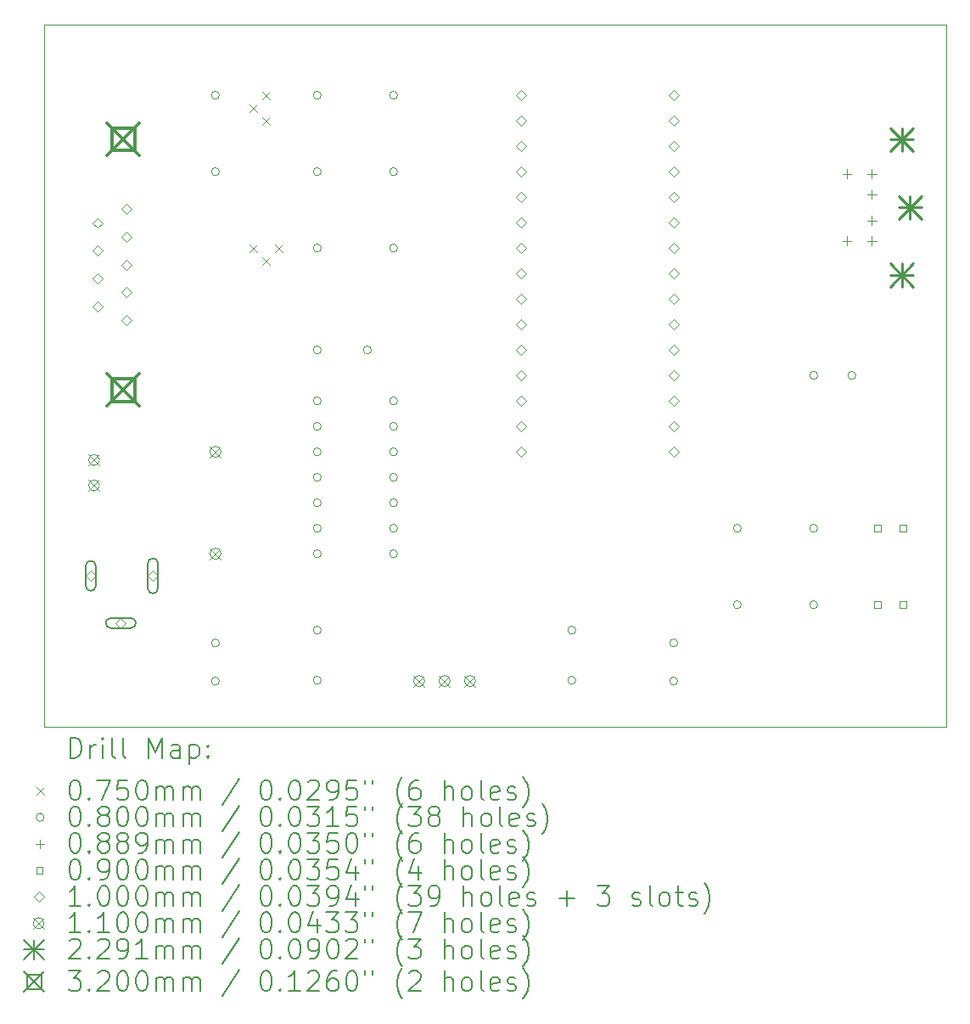
<source format=gbr>
%TF.GenerationSoftware,KiCad,Pcbnew,7.0.6*%
%TF.CreationDate,2023-08-28T20:04:42+02:00*%
%TF.ProjectId,ps2_mouse_to_serial_port_adapter_stand_alone,7073325f-6d6f-4757-9365-5f746f5f7365,rev?*%
%TF.SameCoordinates,Original*%
%TF.FileFunction,Drillmap*%
%TF.FilePolarity,Positive*%
%FSLAX45Y45*%
G04 Gerber Fmt 4.5, Leading zero omitted, Abs format (unit mm)*
G04 Created by KiCad (PCBNEW 7.0.6) date 2023-08-28 20:04:42*
%MOMM*%
%LPD*%
G01*
G04 APERTURE LIST*
%ADD10C,0.050000*%
%ADD11C,0.200000*%
%ADD12C,0.075000*%
%ADD13C,0.080000*%
%ADD14C,0.088900*%
%ADD15C,0.090000*%
%ADD16C,0.100000*%
%ADD17C,0.110000*%
%ADD18C,0.229108*%
%ADD19C,0.320000*%
G04 APERTURE END LIST*
D10*
X2286000Y-1397000D02*
X11286000Y-1397000D01*
X11286000Y-8397000D01*
X2286000Y-8397000D01*
X2286000Y-1397000D01*
D11*
D12*
X4335500Y-2192500D02*
X4410500Y-2267500D01*
X4410500Y-2192500D02*
X4335500Y-2267500D01*
X4335500Y-3589500D02*
X4410500Y-3664500D01*
X4410500Y-3589500D02*
X4335500Y-3664500D01*
X4462500Y-2065500D02*
X4537500Y-2140500D01*
X4537500Y-2065500D02*
X4462500Y-2140500D01*
X4462500Y-2319500D02*
X4537500Y-2394500D01*
X4537500Y-2319500D02*
X4462500Y-2394500D01*
X4462500Y-3716500D02*
X4537500Y-3791500D01*
X4537500Y-3716500D02*
X4462500Y-3791500D01*
X4589500Y-3589500D02*
X4664500Y-3664500D01*
X4664500Y-3589500D02*
X4589500Y-3664500D01*
D13*
X4032000Y-2103000D02*
G75*
G03*
X4032000Y-2103000I-40000J0D01*
G01*
X4032000Y-2865000D02*
G75*
G03*
X4032000Y-2865000I-40000J0D01*
G01*
X4032000Y-7565000D02*
G75*
G03*
X4032000Y-7565000I-40000J0D01*
G01*
X4032000Y-7945000D02*
G75*
G03*
X4032000Y-7945000I-40000J0D01*
G01*
X5048000Y-2103000D02*
G75*
G03*
X5048000Y-2103000I-40000J0D01*
G01*
X5048000Y-2865000D02*
G75*
G03*
X5048000Y-2865000I-40000J0D01*
G01*
X5048000Y-3627000D02*
G75*
G03*
X5048000Y-3627000I-40000J0D01*
G01*
X5048000Y-4643000D02*
G75*
G03*
X5048000Y-4643000I-40000J0D01*
G01*
X5048000Y-5151000D02*
G75*
G03*
X5048000Y-5151000I-40000J0D01*
G01*
X5048000Y-5405000D02*
G75*
G03*
X5048000Y-5405000I-40000J0D01*
G01*
X5048000Y-5659000D02*
G75*
G03*
X5048000Y-5659000I-40000J0D01*
G01*
X5048000Y-5913000D02*
G75*
G03*
X5048000Y-5913000I-40000J0D01*
G01*
X5048000Y-6167000D02*
G75*
G03*
X5048000Y-6167000I-40000J0D01*
G01*
X5048000Y-6421000D02*
G75*
G03*
X5048000Y-6421000I-40000J0D01*
G01*
X5048000Y-6675000D02*
G75*
G03*
X5048000Y-6675000I-40000J0D01*
G01*
X5048000Y-7437000D02*
G75*
G03*
X5048000Y-7437000I-40000J0D01*
G01*
X5048000Y-7937000D02*
G75*
G03*
X5048000Y-7937000I-40000J0D01*
G01*
X5548000Y-4643000D02*
G75*
G03*
X5548000Y-4643000I-40000J0D01*
G01*
X5810000Y-2103000D02*
G75*
G03*
X5810000Y-2103000I-40000J0D01*
G01*
X5810000Y-2865000D02*
G75*
G03*
X5810000Y-2865000I-40000J0D01*
G01*
X5810000Y-3627000D02*
G75*
G03*
X5810000Y-3627000I-40000J0D01*
G01*
X5810000Y-5151000D02*
G75*
G03*
X5810000Y-5151000I-40000J0D01*
G01*
X5810000Y-5405000D02*
G75*
G03*
X5810000Y-5405000I-40000J0D01*
G01*
X5810000Y-5659000D02*
G75*
G03*
X5810000Y-5659000I-40000J0D01*
G01*
X5810000Y-5913000D02*
G75*
G03*
X5810000Y-5913000I-40000J0D01*
G01*
X5810000Y-6167000D02*
G75*
G03*
X5810000Y-6167000I-40000J0D01*
G01*
X5810000Y-6421000D02*
G75*
G03*
X5810000Y-6421000I-40000J0D01*
G01*
X5810000Y-6675000D02*
G75*
G03*
X5810000Y-6675000I-40000J0D01*
G01*
X7588000Y-7437000D02*
G75*
G03*
X7588000Y-7437000I-40000J0D01*
G01*
X7588000Y-7937000D02*
G75*
G03*
X7588000Y-7937000I-40000J0D01*
G01*
X8604000Y-7565000D02*
G75*
G03*
X8604000Y-7565000I-40000J0D01*
G01*
X8604000Y-7945000D02*
G75*
G03*
X8604000Y-7945000I-40000J0D01*
G01*
X9239000Y-6421000D02*
G75*
G03*
X9239000Y-6421000I-40000J0D01*
G01*
X9239000Y-7183000D02*
G75*
G03*
X9239000Y-7183000I-40000J0D01*
G01*
X10001000Y-6421000D02*
G75*
G03*
X10001000Y-6421000I-40000J0D01*
G01*
X10001000Y-7183000D02*
G75*
G03*
X10001000Y-7183000I-40000J0D01*
G01*
X10002000Y-4897000D02*
G75*
G03*
X10002000Y-4897000I-40000J0D01*
G01*
X10382000Y-4897000D02*
G75*
G03*
X10382000Y-4897000I-40000J0D01*
G01*
D14*
X10291826Y-2841498D02*
X10291826Y-2930398D01*
X10247376Y-2885948D02*
X10336276Y-2885948D01*
X10291826Y-3511550D02*
X10291826Y-3600450D01*
X10247376Y-3556000D02*
X10336276Y-3556000D01*
X10541000Y-2841498D02*
X10541000Y-2930398D01*
X10496550Y-2885948D02*
X10585450Y-2885948D01*
X10541000Y-3046476D02*
X10541000Y-3135376D01*
X10496550Y-3090926D02*
X10585450Y-3090926D01*
X10541000Y-3306572D02*
X10541000Y-3395472D01*
X10496550Y-3351022D02*
X10585450Y-3351022D01*
X10541000Y-3511550D02*
X10541000Y-3600450D01*
X10496550Y-3556000D02*
X10585450Y-3556000D01*
D15*
X10627820Y-6452820D02*
X10627820Y-6389180D01*
X10564180Y-6389180D01*
X10564180Y-6452820D01*
X10627820Y-6452820D01*
X10627820Y-7214820D02*
X10627820Y-7151180D01*
X10564180Y-7151180D01*
X10564180Y-7214820D01*
X10627820Y-7214820D01*
X10881820Y-6452820D02*
X10881820Y-6389180D01*
X10818180Y-6389180D01*
X10818180Y-6452820D01*
X10881820Y-6452820D01*
X10881820Y-7214820D02*
X10881820Y-7151180D01*
X10818180Y-7151180D01*
X10818180Y-7214820D01*
X10881820Y-7214820D01*
D16*
X2748000Y-6946000D02*
X2798000Y-6896000D01*
X2748000Y-6846000D01*
X2698000Y-6896000D01*
X2748000Y-6946000D01*
D11*
X2698000Y-6796000D02*
X2698000Y-6996000D01*
X2698000Y-6996000D02*
G75*
G03*
X2798000Y-6996000I50000J0D01*
G01*
X2798000Y-6996000D02*
X2798000Y-6796000D01*
X2798000Y-6796000D02*
G75*
G03*
X2698000Y-6796000I-50000J0D01*
G01*
D16*
X2819400Y-3426400D02*
X2869400Y-3376400D01*
X2819400Y-3326400D01*
X2769400Y-3376400D01*
X2819400Y-3426400D01*
X2819400Y-3703400D02*
X2869400Y-3653400D01*
X2819400Y-3603400D01*
X2769400Y-3653400D01*
X2819400Y-3703400D01*
X2819400Y-3980400D02*
X2869400Y-3930400D01*
X2819400Y-3880400D01*
X2769400Y-3930400D01*
X2819400Y-3980400D01*
X2819400Y-4257400D02*
X2869400Y-4207400D01*
X2819400Y-4157400D01*
X2769400Y-4207400D01*
X2819400Y-4257400D01*
X3048000Y-7416000D02*
X3098000Y-7366000D01*
X3048000Y-7316000D01*
X2998000Y-7366000D01*
X3048000Y-7416000D01*
D11*
X2948000Y-7416000D02*
X3148000Y-7416000D01*
X3148000Y-7416000D02*
G75*
G03*
X3148000Y-7316000I0J50000D01*
G01*
X3148000Y-7316000D02*
X2948000Y-7316000D01*
X2948000Y-7316000D02*
G75*
G03*
X2948000Y-7416000I0J-50000D01*
G01*
D16*
X3103400Y-3287900D02*
X3153400Y-3237900D01*
X3103400Y-3187900D01*
X3053400Y-3237900D01*
X3103400Y-3287900D01*
X3103400Y-3564900D02*
X3153400Y-3514900D01*
X3103400Y-3464900D01*
X3053400Y-3514900D01*
X3103400Y-3564900D01*
X3103400Y-3841900D02*
X3153400Y-3791900D01*
X3103400Y-3741900D01*
X3053400Y-3791900D01*
X3103400Y-3841900D01*
X3103400Y-4118900D02*
X3153400Y-4068900D01*
X3103400Y-4018900D01*
X3053400Y-4068900D01*
X3103400Y-4118900D01*
X3103400Y-4395900D02*
X3153400Y-4345900D01*
X3103400Y-4295900D01*
X3053400Y-4345900D01*
X3103400Y-4395900D01*
X3368000Y-6946000D02*
X3418000Y-6896000D01*
X3368000Y-6846000D01*
X3318000Y-6896000D01*
X3368000Y-6946000D01*
D11*
X3318000Y-6771000D02*
X3318000Y-7021000D01*
X3318000Y-7021000D02*
G75*
G03*
X3418000Y-7021000I50000J0D01*
G01*
X3418000Y-7021000D02*
X3418000Y-6771000D01*
X3418000Y-6771000D02*
G75*
G03*
X3318000Y-6771000I-50000J0D01*
G01*
D16*
X7040000Y-2153000D02*
X7090000Y-2103000D01*
X7040000Y-2053000D01*
X6990000Y-2103000D01*
X7040000Y-2153000D01*
X7040000Y-2407000D02*
X7090000Y-2357000D01*
X7040000Y-2307000D01*
X6990000Y-2357000D01*
X7040000Y-2407000D01*
X7040000Y-2661000D02*
X7090000Y-2611000D01*
X7040000Y-2561000D01*
X6990000Y-2611000D01*
X7040000Y-2661000D01*
X7040000Y-2915000D02*
X7090000Y-2865000D01*
X7040000Y-2815000D01*
X6990000Y-2865000D01*
X7040000Y-2915000D01*
X7040000Y-3169000D02*
X7090000Y-3119000D01*
X7040000Y-3069000D01*
X6990000Y-3119000D01*
X7040000Y-3169000D01*
X7040000Y-3423000D02*
X7090000Y-3373000D01*
X7040000Y-3323000D01*
X6990000Y-3373000D01*
X7040000Y-3423000D01*
X7040000Y-3677000D02*
X7090000Y-3627000D01*
X7040000Y-3577000D01*
X6990000Y-3627000D01*
X7040000Y-3677000D01*
X7040000Y-3931000D02*
X7090000Y-3881000D01*
X7040000Y-3831000D01*
X6990000Y-3881000D01*
X7040000Y-3931000D01*
X7040000Y-4185000D02*
X7090000Y-4135000D01*
X7040000Y-4085000D01*
X6990000Y-4135000D01*
X7040000Y-4185000D01*
X7040000Y-4439000D02*
X7090000Y-4389000D01*
X7040000Y-4339000D01*
X6990000Y-4389000D01*
X7040000Y-4439000D01*
X7040000Y-4693000D02*
X7090000Y-4643000D01*
X7040000Y-4593000D01*
X6990000Y-4643000D01*
X7040000Y-4693000D01*
X7040000Y-4947000D02*
X7090000Y-4897000D01*
X7040000Y-4847000D01*
X6990000Y-4897000D01*
X7040000Y-4947000D01*
X7040000Y-5201000D02*
X7090000Y-5151000D01*
X7040000Y-5101000D01*
X6990000Y-5151000D01*
X7040000Y-5201000D01*
X7040000Y-5455000D02*
X7090000Y-5405000D01*
X7040000Y-5355000D01*
X6990000Y-5405000D01*
X7040000Y-5455000D01*
X7040000Y-5709000D02*
X7090000Y-5659000D01*
X7040000Y-5609000D01*
X6990000Y-5659000D01*
X7040000Y-5709000D01*
X8564000Y-2153000D02*
X8614000Y-2103000D01*
X8564000Y-2053000D01*
X8514000Y-2103000D01*
X8564000Y-2153000D01*
X8564000Y-2407000D02*
X8614000Y-2357000D01*
X8564000Y-2307000D01*
X8514000Y-2357000D01*
X8564000Y-2407000D01*
X8564000Y-2661000D02*
X8614000Y-2611000D01*
X8564000Y-2561000D01*
X8514000Y-2611000D01*
X8564000Y-2661000D01*
X8564000Y-2915000D02*
X8614000Y-2865000D01*
X8564000Y-2815000D01*
X8514000Y-2865000D01*
X8564000Y-2915000D01*
X8564000Y-3169000D02*
X8614000Y-3119000D01*
X8564000Y-3069000D01*
X8514000Y-3119000D01*
X8564000Y-3169000D01*
X8564000Y-3423000D02*
X8614000Y-3373000D01*
X8564000Y-3323000D01*
X8514000Y-3373000D01*
X8564000Y-3423000D01*
X8564000Y-3677000D02*
X8614000Y-3627000D01*
X8564000Y-3577000D01*
X8514000Y-3627000D01*
X8564000Y-3677000D01*
X8564000Y-3931000D02*
X8614000Y-3881000D01*
X8564000Y-3831000D01*
X8514000Y-3881000D01*
X8564000Y-3931000D01*
X8564000Y-4185000D02*
X8614000Y-4135000D01*
X8564000Y-4085000D01*
X8514000Y-4135000D01*
X8564000Y-4185000D01*
X8564000Y-4439000D02*
X8614000Y-4389000D01*
X8564000Y-4339000D01*
X8514000Y-4389000D01*
X8564000Y-4439000D01*
X8564000Y-4693000D02*
X8614000Y-4643000D01*
X8564000Y-4593000D01*
X8514000Y-4643000D01*
X8564000Y-4693000D01*
X8564000Y-4947000D02*
X8614000Y-4897000D01*
X8564000Y-4847000D01*
X8514000Y-4897000D01*
X8564000Y-4947000D01*
X8564000Y-5201000D02*
X8614000Y-5151000D01*
X8564000Y-5101000D01*
X8514000Y-5151000D01*
X8564000Y-5201000D01*
X8564000Y-5455000D02*
X8614000Y-5405000D01*
X8564000Y-5355000D01*
X8514000Y-5405000D01*
X8564000Y-5455000D01*
X8564000Y-5709000D02*
X8614000Y-5659000D01*
X8564000Y-5609000D01*
X8514000Y-5659000D01*
X8564000Y-5709000D01*
D17*
X2726300Y-5685400D02*
X2836300Y-5795400D01*
X2836300Y-5685400D02*
X2726300Y-5795400D01*
X2836300Y-5740400D02*
G75*
G03*
X2836300Y-5740400I-55000J0D01*
G01*
X2726300Y-5939400D02*
X2836300Y-6049400D01*
X2836300Y-5939400D02*
X2726300Y-6049400D01*
X2836300Y-5994400D02*
G75*
G03*
X2836300Y-5994400I-55000J0D01*
G01*
X3937000Y-5604000D02*
X4047000Y-5714000D01*
X4047000Y-5604000D02*
X3937000Y-5714000D01*
X4047000Y-5659000D02*
G75*
G03*
X4047000Y-5659000I-55000J0D01*
G01*
X3937000Y-6620000D02*
X4047000Y-6730000D01*
X4047000Y-6620000D02*
X3937000Y-6730000D01*
X4047000Y-6675000D02*
G75*
G03*
X4047000Y-6675000I-55000J0D01*
G01*
X5969000Y-7890000D02*
X6079000Y-8000000D01*
X6079000Y-7890000D02*
X5969000Y-8000000D01*
X6079000Y-7945000D02*
G75*
G03*
X6079000Y-7945000I-55000J0D01*
G01*
X6223000Y-7890000D02*
X6333000Y-8000000D01*
X6333000Y-7890000D02*
X6223000Y-8000000D01*
X6333000Y-7945000D02*
G75*
G03*
X6333000Y-7945000I-55000J0D01*
G01*
X6477000Y-7890000D02*
X6587000Y-8000000D01*
X6587000Y-7890000D02*
X6477000Y-8000000D01*
X6587000Y-7945000D02*
G75*
G03*
X6587000Y-7945000I-55000J0D01*
G01*
D18*
X10726420Y-2430526D02*
X10955528Y-2659634D01*
X10955528Y-2430526D02*
X10726420Y-2659634D01*
X10840974Y-2430526D02*
X10840974Y-2659634D01*
X10726420Y-2545080D02*
X10955528Y-2545080D01*
X10726420Y-3782314D02*
X10955528Y-4011422D01*
X10955528Y-3782314D02*
X10726420Y-4011422D01*
X10840974Y-3782314D02*
X10840974Y-4011422D01*
X10726420Y-3896868D02*
X10955528Y-3896868D01*
X10807446Y-3106420D02*
X11036554Y-3335528D01*
X11036554Y-3106420D02*
X10807446Y-3335528D01*
X10922000Y-3106420D02*
X10922000Y-3335528D01*
X10807446Y-3220974D02*
X11036554Y-3220974D01*
D19*
X2913400Y-2381900D02*
X3233400Y-2701900D01*
X3233400Y-2381900D02*
X2913400Y-2701900D01*
X3186538Y-2655038D02*
X3186538Y-2428762D01*
X2960262Y-2428762D01*
X2960262Y-2655038D01*
X3186538Y-2655038D01*
X2913400Y-4881900D02*
X3233400Y-5201900D01*
X3233400Y-4881900D02*
X2913400Y-5201900D01*
X3186538Y-5155038D02*
X3186538Y-4928762D01*
X2960262Y-4928762D01*
X2960262Y-5155038D01*
X3186538Y-5155038D01*
D11*
X2544277Y-8710984D02*
X2544277Y-8510984D01*
X2544277Y-8510984D02*
X2591896Y-8510984D01*
X2591896Y-8510984D02*
X2620467Y-8520508D01*
X2620467Y-8520508D02*
X2639515Y-8539555D01*
X2639515Y-8539555D02*
X2649039Y-8558603D01*
X2649039Y-8558603D02*
X2658563Y-8596698D01*
X2658563Y-8596698D02*
X2658563Y-8625270D01*
X2658563Y-8625270D02*
X2649039Y-8663365D01*
X2649039Y-8663365D02*
X2639515Y-8682412D01*
X2639515Y-8682412D02*
X2620467Y-8701460D01*
X2620467Y-8701460D02*
X2591896Y-8710984D01*
X2591896Y-8710984D02*
X2544277Y-8710984D01*
X2744277Y-8710984D02*
X2744277Y-8577650D01*
X2744277Y-8615746D02*
X2753801Y-8596698D01*
X2753801Y-8596698D02*
X2763324Y-8587174D01*
X2763324Y-8587174D02*
X2782372Y-8577650D01*
X2782372Y-8577650D02*
X2801420Y-8577650D01*
X2868086Y-8710984D02*
X2868086Y-8577650D01*
X2868086Y-8510984D02*
X2858562Y-8520508D01*
X2858562Y-8520508D02*
X2868086Y-8530031D01*
X2868086Y-8530031D02*
X2877610Y-8520508D01*
X2877610Y-8520508D02*
X2868086Y-8510984D01*
X2868086Y-8510984D02*
X2868086Y-8530031D01*
X2991896Y-8710984D02*
X2972848Y-8701460D01*
X2972848Y-8701460D02*
X2963324Y-8682412D01*
X2963324Y-8682412D02*
X2963324Y-8510984D01*
X3096658Y-8710984D02*
X3077610Y-8701460D01*
X3077610Y-8701460D02*
X3068086Y-8682412D01*
X3068086Y-8682412D02*
X3068086Y-8510984D01*
X3325229Y-8710984D02*
X3325229Y-8510984D01*
X3325229Y-8510984D02*
X3391896Y-8653841D01*
X3391896Y-8653841D02*
X3458562Y-8510984D01*
X3458562Y-8510984D02*
X3458562Y-8710984D01*
X3639515Y-8710984D02*
X3639515Y-8606222D01*
X3639515Y-8606222D02*
X3629991Y-8587174D01*
X3629991Y-8587174D02*
X3610943Y-8577650D01*
X3610943Y-8577650D02*
X3572848Y-8577650D01*
X3572848Y-8577650D02*
X3553801Y-8587174D01*
X3639515Y-8701460D02*
X3620467Y-8710984D01*
X3620467Y-8710984D02*
X3572848Y-8710984D01*
X3572848Y-8710984D02*
X3553801Y-8701460D01*
X3553801Y-8701460D02*
X3544277Y-8682412D01*
X3544277Y-8682412D02*
X3544277Y-8663365D01*
X3544277Y-8663365D02*
X3553801Y-8644317D01*
X3553801Y-8644317D02*
X3572848Y-8634793D01*
X3572848Y-8634793D02*
X3620467Y-8634793D01*
X3620467Y-8634793D02*
X3639515Y-8625270D01*
X3734753Y-8577650D02*
X3734753Y-8777650D01*
X3734753Y-8587174D02*
X3753801Y-8577650D01*
X3753801Y-8577650D02*
X3791896Y-8577650D01*
X3791896Y-8577650D02*
X3810943Y-8587174D01*
X3810943Y-8587174D02*
X3820467Y-8596698D01*
X3820467Y-8596698D02*
X3829991Y-8615746D01*
X3829991Y-8615746D02*
X3829991Y-8672889D01*
X3829991Y-8672889D02*
X3820467Y-8691936D01*
X3820467Y-8691936D02*
X3810943Y-8701460D01*
X3810943Y-8701460D02*
X3791896Y-8710984D01*
X3791896Y-8710984D02*
X3753801Y-8710984D01*
X3753801Y-8710984D02*
X3734753Y-8701460D01*
X3915705Y-8691936D02*
X3925229Y-8701460D01*
X3925229Y-8701460D02*
X3915705Y-8710984D01*
X3915705Y-8710984D02*
X3906182Y-8701460D01*
X3906182Y-8701460D02*
X3915705Y-8691936D01*
X3915705Y-8691936D02*
X3915705Y-8710984D01*
X3915705Y-8587174D02*
X3925229Y-8596698D01*
X3925229Y-8596698D02*
X3915705Y-8606222D01*
X3915705Y-8606222D02*
X3906182Y-8596698D01*
X3906182Y-8596698D02*
X3915705Y-8587174D01*
X3915705Y-8587174D02*
X3915705Y-8606222D01*
D12*
X2208500Y-9002000D02*
X2283500Y-9077000D01*
X2283500Y-9002000D02*
X2208500Y-9077000D01*
D11*
X2582372Y-8930984D02*
X2601420Y-8930984D01*
X2601420Y-8930984D02*
X2620467Y-8940508D01*
X2620467Y-8940508D02*
X2629991Y-8950031D01*
X2629991Y-8950031D02*
X2639515Y-8969079D01*
X2639515Y-8969079D02*
X2649039Y-9007174D01*
X2649039Y-9007174D02*
X2649039Y-9054793D01*
X2649039Y-9054793D02*
X2639515Y-9092889D01*
X2639515Y-9092889D02*
X2629991Y-9111936D01*
X2629991Y-9111936D02*
X2620467Y-9121460D01*
X2620467Y-9121460D02*
X2601420Y-9130984D01*
X2601420Y-9130984D02*
X2582372Y-9130984D01*
X2582372Y-9130984D02*
X2563324Y-9121460D01*
X2563324Y-9121460D02*
X2553801Y-9111936D01*
X2553801Y-9111936D02*
X2544277Y-9092889D01*
X2544277Y-9092889D02*
X2534753Y-9054793D01*
X2534753Y-9054793D02*
X2534753Y-9007174D01*
X2534753Y-9007174D02*
X2544277Y-8969079D01*
X2544277Y-8969079D02*
X2553801Y-8950031D01*
X2553801Y-8950031D02*
X2563324Y-8940508D01*
X2563324Y-8940508D02*
X2582372Y-8930984D01*
X2734753Y-9111936D02*
X2744277Y-9121460D01*
X2744277Y-9121460D02*
X2734753Y-9130984D01*
X2734753Y-9130984D02*
X2725229Y-9121460D01*
X2725229Y-9121460D02*
X2734753Y-9111936D01*
X2734753Y-9111936D02*
X2734753Y-9130984D01*
X2810943Y-8930984D02*
X2944277Y-8930984D01*
X2944277Y-8930984D02*
X2858562Y-9130984D01*
X3115705Y-8930984D02*
X3020467Y-8930984D01*
X3020467Y-8930984D02*
X3010943Y-9026222D01*
X3010943Y-9026222D02*
X3020467Y-9016698D01*
X3020467Y-9016698D02*
X3039515Y-9007174D01*
X3039515Y-9007174D02*
X3087134Y-9007174D01*
X3087134Y-9007174D02*
X3106182Y-9016698D01*
X3106182Y-9016698D02*
X3115705Y-9026222D01*
X3115705Y-9026222D02*
X3125229Y-9045270D01*
X3125229Y-9045270D02*
X3125229Y-9092889D01*
X3125229Y-9092889D02*
X3115705Y-9111936D01*
X3115705Y-9111936D02*
X3106182Y-9121460D01*
X3106182Y-9121460D02*
X3087134Y-9130984D01*
X3087134Y-9130984D02*
X3039515Y-9130984D01*
X3039515Y-9130984D02*
X3020467Y-9121460D01*
X3020467Y-9121460D02*
X3010943Y-9111936D01*
X3249039Y-8930984D02*
X3268086Y-8930984D01*
X3268086Y-8930984D02*
X3287134Y-8940508D01*
X3287134Y-8940508D02*
X3296658Y-8950031D01*
X3296658Y-8950031D02*
X3306182Y-8969079D01*
X3306182Y-8969079D02*
X3315705Y-9007174D01*
X3315705Y-9007174D02*
X3315705Y-9054793D01*
X3315705Y-9054793D02*
X3306182Y-9092889D01*
X3306182Y-9092889D02*
X3296658Y-9111936D01*
X3296658Y-9111936D02*
X3287134Y-9121460D01*
X3287134Y-9121460D02*
X3268086Y-9130984D01*
X3268086Y-9130984D02*
X3249039Y-9130984D01*
X3249039Y-9130984D02*
X3229991Y-9121460D01*
X3229991Y-9121460D02*
X3220467Y-9111936D01*
X3220467Y-9111936D02*
X3210943Y-9092889D01*
X3210943Y-9092889D02*
X3201420Y-9054793D01*
X3201420Y-9054793D02*
X3201420Y-9007174D01*
X3201420Y-9007174D02*
X3210943Y-8969079D01*
X3210943Y-8969079D02*
X3220467Y-8950031D01*
X3220467Y-8950031D02*
X3229991Y-8940508D01*
X3229991Y-8940508D02*
X3249039Y-8930984D01*
X3401420Y-9130984D02*
X3401420Y-8997650D01*
X3401420Y-9016698D02*
X3410943Y-9007174D01*
X3410943Y-9007174D02*
X3429991Y-8997650D01*
X3429991Y-8997650D02*
X3458563Y-8997650D01*
X3458563Y-8997650D02*
X3477610Y-9007174D01*
X3477610Y-9007174D02*
X3487134Y-9026222D01*
X3487134Y-9026222D02*
X3487134Y-9130984D01*
X3487134Y-9026222D02*
X3496658Y-9007174D01*
X3496658Y-9007174D02*
X3515705Y-8997650D01*
X3515705Y-8997650D02*
X3544277Y-8997650D01*
X3544277Y-8997650D02*
X3563324Y-9007174D01*
X3563324Y-9007174D02*
X3572848Y-9026222D01*
X3572848Y-9026222D02*
X3572848Y-9130984D01*
X3668086Y-9130984D02*
X3668086Y-8997650D01*
X3668086Y-9016698D02*
X3677610Y-9007174D01*
X3677610Y-9007174D02*
X3696658Y-8997650D01*
X3696658Y-8997650D02*
X3725229Y-8997650D01*
X3725229Y-8997650D02*
X3744277Y-9007174D01*
X3744277Y-9007174D02*
X3753801Y-9026222D01*
X3753801Y-9026222D02*
X3753801Y-9130984D01*
X3753801Y-9026222D02*
X3763324Y-9007174D01*
X3763324Y-9007174D02*
X3782372Y-8997650D01*
X3782372Y-8997650D02*
X3810943Y-8997650D01*
X3810943Y-8997650D02*
X3829991Y-9007174D01*
X3829991Y-9007174D02*
X3839515Y-9026222D01*
X3839515Y-9026222D02*
X3839515Y-9130984D01*
X4229991Y-8921460D02*
X4058563Y-9178603D01*
X4487134Y-8930984D02*
X4506182Y-8930984D01*
X4506182Y-8930984D02*
X4525229Y-8940508D01*
X4525229Y-8940508D02*
X4534753Y-8950031D01*
X4534753Y-8950031D02*
X4544277Y-8969079D01*
X4544277Y-8969079D02*
X4553801Y-9007174D01*
X4553801Y-9007174D02*
X4553801Y-9054793D01*
X4553801Y-9054793D02*
X4544277Y-9092889D01*
X4544277Y-9092889D02*
X4534753Y-9111936D01*
X4534753Y-9111936D02*
X4525229Y-9121460D01*
X4525229Y-9121460D02*
X4506182Y-9130984D01*
X4506182Y-9130984D02*
X4487134Y-9130984D01*
X4487134Y-9130984D02*
X4468087Y-9121460D01*
X4468087Y-9121460D02*
X4458563Y-9111936D01*
X4458563Y-9111936D02*
X4449039Y-9092889D01*
X4449039Y-9092889D02*
X4439515Y-9054793D01*
X4439515Y-9054793D02*
X4439515Y-9007174D01*
X4439515Y-9007174D02*
X4449039Y-8969079D01*
X4449039Y-8969079D02*
X4458563Y-8950031D01*
X4458563Y-8950031D02*
X4468087Y-8940508D01*
X4468087Y-8940508D02*
X4487134Y-8930984D01*
X4639515Y-9111936D02*
X4649039Y-9121460D01*
X4649039Y-9121460D02*
X4639515Y-9130984D01*
X4639515Y-9130984D02*
X4629991Y-9121460D01*
X4629991Y-9121460D02*
X4639515Y-9111936D01*
X4639515Y-9111936D02*
X4639515Y-9130984D01*
X4772848Y-8930984D02*
X4791896Y-8930984D01*
X4791896Y-8930984D02*
X4810944Y-8940508D01*
X4810944Y-8940508D02*
X4820468Y-8950031D01*
X4820468Y-8950031D02*
X4829991Y-8969079D01*
X4829991Y-8969079D02*
X4839515Y-9007174D01*
X4839515Y-9007174D02*
X4839515Y-9054793D01*
X4839515Y-9054793D02*
X4829991Y-9092889D01*
X4829991Y-9092889D02*
X4820468Y-9111936D01*
X4820468Y-9111936D02*
X4810944Y-9121460D01*
X4810944Y-9121460D02*
X4791896Y-9130984D01*
X4791896Y-9130984D02*
X4772848Y-9130984D01*
X4772848Y-9130984D02*
X4753801Y-9121460D01*
X4753801Y-9121460D02*
X4744277Y-9111936D01*
X4744277Y-9111936D02*
X4734753Y-9092889D01*
X4734753Y-9092889D02*
X4725229Y-9054793D01*
X4725229Y-9054793D02*
X4725229Y-9007174D01*
X4725229Y-9007174D02*
X4734753Y-8969079D01*
X4734753Y-8969079D02*
X4744277Y-8950031D01*
X4744277Y-8950031D02*
X4753801Y-8940508D01*
X4753801Y-8940508D02*
X4772848Y-8930984D01*
X4915706Y-8950031D02*
X4925229Y-8940508D01*
X4925229Y-8940508D02*
X4944277Y-8930984D01*
X4944277Y-8930984D02*
X4991896Y-8930984D01*
X4991896Y-8930984D02*
X5010944Y-8940508D01*
X5010944Y-8940508D02*
X5020468Y-8950031D01*
X5020468Y-8950031D02*
X5029991Y-8969079D01*
X5029991Y-8969079D02*
X5029991Y-8988127D01*
X5029991Y-8988127D02*
X5020468Y-9016698D01*
X5020468Y-9016698D02*
X4906182Y-9130984D01*
X4906182Y-9130984D02*
X5029991Y-9130984D01*
X5125229Y-9130984D02*
X5163325Y-9130984D01*
X5163325Y-9130984D02*
X5182372Y-9121460D01*
X5182372Y-9121460D02*
X5191896Y-9111936D01*
X5191896Y-9111936D02*
X5210944Y-9083365D01*
X5210944Y-9083365D02*
X5220468Y-9045270D01*
X5220468Y-9045270D02*
X5220468Y-8969079D01*
X5220468Y-8969079D02*
X5210944Y-8950031D01*
X5210944Y-8950031D02*
X5201420Y-8940508D01*
X5201420Y-8940508D02*
X5182372Y-8930984D01*
X5182372Y-8930984D02*
X5144277Y-8930984D01*
X5144277Y-8930984D02*
X5125229Y-8940508D01*
X5125229Y-8940508D02*
X5115706Y-8950031D01*
X5115706Y-8950031D02*
X5106182Y-8969079D01*
X5106182Y-8969079D02*
X5106182Y-9016698D01*
X5106182Y-9016698D02*
X5115706Y-9035746D01*
X5115706Y-9035746D02*
X5125229Y-9045270D01*
X5125229Y-9045270D02*
X5144277Y-9054793D01*
X5144277Y-9054793D02*
X5182372Y-9054793D01*
X5182372Y-9054793D02*
X5201420Y-9045270D01*
X5201420Y-9045270D02*
X5210944Y-9035746D01*
X5210944Y-9035746D02*
X5220468Y-9016698D01*
X5401420Y-8930984D02*
X5306182Y-8930984D01*
X5306182Y-8930984D02*
X5296658Y-9026222D01*
X5296658Y-9026222D02*
X5306182Y-9016698D01*
X5306182Y-9016698D02*
X5325229Y-9007174D01*
X5325229Y-9007174D02*
X5372849Y-9007174D01*
X5372849Y-9007174D02*
X5391896Y-9016698D01*
X5391896Y-9016698D02*
X5401420Y-9026222D01*
X5401420Y-9026222D02*
X5410944Y-9045270D01*
X5410944Y-9045270D02*
X5410944Y-9092889D01*
X5410944Y-9092889D02*
X5401420Y-9111936D01*
X5401420Y-9111936D02*
X5391896Y-9121460D01*
X5391896Y-9121460D02*
X5372849Y-9130984D01*
X5372849Y-9130984D02*
X5325229Y-9130984D01*
X5325229Y-9130984D02*
X5306182Y-9121460D01*
X5306182Y-9121460D02*
X5296658Y-9111936D01*
X5487134Y-8930984D02*
X5487134Y-8969079D01*
X5563325Y-8930984D02*
X5563325Y-8969079D01*
X5858563Y-9207174D02*
X5849039Y-9197650D01*
X5849039Y-9197650D02*
X5829991Y-9169079D01*
X5829991Y-9169079D02*
X5820468Y-9150031D01*
X5820468Y-9150031D02*
X5810944Y-9121460D01*
X5810944Y-9121460D02*
X5801420Y-9073841D01*
X5801420Y-9073841D02*
X5801420Y-9035746D01*
X5801420Y-9035746D02*
X5810944Y-8988127D01*
X5810944Y-8988127D02*
X5820468Y-8959555D01*
X5820468Y-8959555D02*
X5829991Y-8940508D01*
X5829991Y-8940508D02*
X5849039Y-8911936D01*
X5849039Y-8911936D02*
X5858563Y-8902412D01*
X6020468Y-8930984D02*
X5982372Y-8930984D01*
X5982372Y-8930984D02*
X5963325Y-8940508D01*
X5963325Y-8940508D02*
X5953801Y-8950031D01*
X5953801Y-8950031D02*
X5934753Y-8978603D01*
X5934753Y-8978603D02*
X5925229Y-9016698D01*
X5925229Y-9016698D02*
X5925229Y-9092889D01*
X5925229Y-9092889D02*
X5934753Y-9111936D01*
X5934753Y-9111936D02*
X5944277Y-9121460D01*
X5944277Y-9121460D02*
X5963325Y-9130984D01*
X5963325Y-9130984D02*
X6001420Y-9130984D01*
X6001420Y-9130984D02*
X6020468Y-9121460D01*
X6020468Y-9121460D02*
X6029991Y-9111936D01*
X6029991Y-9111936D02*
X6039515Y-9092889D01*
X6039515Y-9092889D02*
X6039515Y-9045270D01*
X6039515Y-9045270D02*
X6029991Y-9026222D01*
X6029991Y-9026222D02*
X6020468Y-9016698D01*
X6020468Y-9016698D02*
X6001420Y-9007174D01*
X6001420Y-9007174D02*
X5963325Y-9007174D01*
X5963325Y-9007174D02*
X5944277Y-9016698D01*
X5944277Y-9016698D02*
X5934753Y-9026222D01*
X5934753Y-9026222D02*
X5925229Y-9045270D01*
X6277610Y-9130984D02*
X6277610Y-8930984D01*
X6363325Y-9130984D02*
X6363325Y-9026222D01*
X6363325Y-9026222D02*
X6353801Y-9007174D01*
X6353801Y-9007174D02*
X6334753Y-8997650D01*
X6334753Y-8997650D02*
X6306182Y-8997650D01*
X6306182Y-8997650D02*
X6287134Y-9007174D01*
X6287134Y-9007174D02*
X6277610Y-9016698D01*
X6487134Y-9130984D02*
X6468087Y-9121460D01*
X6468087Y-9121460D02*
X6458563Y-9111936D01*
X6458563Y-9111936D02*
X6449039Y-9092889D01*
X6449039Y-9092889D02*
X6449039Y-9035746D01*
X6449039Y-9035746D02*
X6458563Y-9016698D01*
X6458563Y-9016698D02*
X6468087Y-9007174D01*
X6468087Y-9007174D02*
X6487134Y-8997650D01*
X6487134Y-8997650D02*
X6515706Y-8997650D01*
X6515706Y-8997650D02*
X6534753Y-9007174D01*
X6534753Y-9007174D02*
X6544277Y-9016698D01*
X6544277Y-9016698D02*
X6553801Y-9035746D01*
X6553801Y-9035746D02*
X6553801Y-9092889D01*
X6553801Y-9092889D02*
X6544277Y-9111936D01*
X6544277Y-9111936D02*
X6534753Y-9121460D01*
X6534753Y-9121460D02*
X6515706Y-9130984D01*
X6515706Y-9130984D02*
X6487134Y-9130984D01*
X6668087Y-9130984D02*
X6649039Y-9121460D01*
X6649039Y-9121460D02*
X6639515Y-9102412D01*
X6639515Y-9102412D02*
X6639515Y-8930984D01*
X6820468Y-9121460D02*
X6801420Y-9130984D01*
X6801420Y-9130984D02*
X6763325Y-9130984D01*
X6763325Y-9130984D02*
X6744277Y-9121460D01*
X6744277Y-9121460D02*
X6734753Y-9102412D01*
X6734753Y-9102412D02*
X6734753Y-9026222D01*
X6734753Y-9026222D02*
X6744277Y-9007174D01*
X6744277Y-9007174D02*
X6763325Y-8997650D01*
X6763325Y-8997650D02*
X6801420Y-8997650D01*
X6801420Y-8997650D02*
X6820468Y-9007174D01*
X6820468Y-9007174D02*
X6829991Y-9026222D01*
X6829991Y-9026222D02*
X6829991Y-9045270D01*
X6829991Y-9045270D02*
X6734753Y-9064317D01*
X6906182Y-9121460D02*
X6925230Y-9130984D01*
X6925230Y-9130984D02*
X6963325Y-9130984D01*
X6963325Y-9130984D02*
X6982372Y-9121460D01*
X6982372Y-9121460D02*
X6991896Y-9102412D01*
X6991896Y-9102412D02*
X6991896Y-9092889D01*
X6991896Y-9092889D02*
X6982372Y-9073841D01*
X6982372Y-9073841D02*
X6963325Y-9064317D01*
X6963325Y-9064317D02*
X6934753Y-9064317D01*
X6934753Y-9064317D02*
X6915706Y-9054793D01*
X6915706Y-9054793D02*
X6906182Y-9035746D01*
X6906182Y-9035746D02*
X6906182Y-9026222D01*
X6906182Y-9026222D02*
X6915706Y-9007174D01*
X6915706Y-9007174D02*
X6934753Y-8997650D01*
X6934753Y-8997650D02*
X6963325Y-8997650D01*
X6963325Y-8997650D02*
X6982372Y-9007174D01*
X7058563Y-9207174D02*
X7068087Y-9197650D01*
X7068087Y-9197650D02*
X7087134Y-9169079D01*
X7087134Y-9169079D02*
X7096658Y-9150031D01*
X7096658Y-9150031D02*
X7106182Y-9121460D01*
X7106182Y-9121460D02*
X7115706Y-9073841D01*
X7115706Y-9073841D02*
X7115706Y-9035746D01*
X7115706Y-9035746D02*
X7106182Y-8988127D01*
X7106182Y-8988127D02*
X7096658Y-8959555D01*
X7096658Y-8959555D02*
X7087134Y-8940508D01*
X7087134Y-8940508D02*
X7068087Y-8911936D01*
X7068087Y-8911936D02*
X7058563Y-8902412D01*
D13*
X2283500Y-9303500D02*
G75*
G03*
X2283500Y-9303500I-40000J0D01*
G01*
D11*
X2582372Y-9194984D02*
X2601420Y-9194984D01*
X2601420Y-9194984D02*
X2620467Y-9204508D01*
X2620467Y-9204508D02*
X2629991Y-9214031D01*
X2629991Y-9214031D02*
X2639515Y-9233079D01*
X2639515Y-9233079D02*
X2649039Y-9271174D01*
X2649039Y-9271174D02*
X2649039Y-9318793D01*
X2649039Y-9318793D02*
X2639515Y-9356889D01*
X2639515Y-9356889D02*
X2629991Y-9375936D01*
X2629991Y-9375936D02*
X2620467Y-9385460D01*
X2620467Y-9385460D02*
X2601420Y-9394984D01*
X2601420Y-9394984D02*
X2582372Y-9394984D01*
X2582372Y-9394984D02*
X2563324Y-9385460D01*
X2563324Y-9385460D02*
X2553801Y-9375936D01*
X2553801Y-9375936D02*
X2544277Y-9356889D01*
X2544277Y-9356889D02*
X2534753Y-9318793D01*
X2534753Y-9318793D02*
X2534753Y-9271174D01*
X2534753Y-9271174D02*
X2544277Y-9233079D01*
X2544277Y-9233079D02*
X2553801Y-9214031D01*
X2553801Y-9214031D02*
X2563324Y-9204508D01*
X2563324Y-9204508D02*
X2582372Y-9194984D01*
X2734753Y-9375936D02*
X2744277Y-9385460D01*
X2744277Y-9385460D02*
X2734753Y-9394984D01*
X2734753Y-9394984D02*
X2725229Y-9385460D01*
X2725229Y-9385460D02*
X2734753Y-9375936D01*
X2734753Y-9375936D02*
X2734753Y-9394984D01*
X2858562Y-9280698D02*
X2839515Y-9271174D01*
X2839515Y-9271174D02*
X2829991Y-9261650D01*
X2829991Y-9261650D02*
X2820467Y-9242603D01*
X2820467Y-9242603D02*
X2820467Y-9233079D01*
X2820467Y-9233079D02*
X2829991Y-9214031D01*
X2829991Y-9214031D02*
X2839515Y-9204508D01*
X2839515Y-9204508D02*
X2858562Y-9194984D01*
X2858562Y-9194984D02*
X2896658Y-9194984D01*
X2896658Y-9194984D02*
X2915705Y-9204508D01*
X2915705Y-9204508D02*
X2925229Y-9214031D01*
X2925229Y-9214031D02*
X2934753Y-9233079D01*
X2934753Y-9233079D02*
X2934753Y-9242603D01*
X2934753Y-9242603D02*
X2925229Y-9261650D01*
X2925229Y-9261650D02*
X2915705Y-9271174D01*
X2915705Y-9271174D02*
X2896658Y-9280698D01*
X2896658Y-9280698D02*
X2858562Y-9280698D01*
X2858562Y-9280698D02*
X2839515Y-9290222D01*
X2839515Y-9290222D02*
X2829991Y-9299746D01*
X2829991Y-9299746D02*
X2820467Y-9318793D01*
X2820467Y-9318793D02*
X2820467Y-9356889D01*
X2820467Y-9356889D02*
X2829991Y-9375936D01*
X2829991Y-9375936D02*
X2839515Y-9385460D01*
X2839515Y-9385460D02*
X2858562Y-9394984D01*
X2858562Y-9394984D02*
X2896658Y-9394984D01*
X2896658Y-9394984D02*
X2915705Y-9385460D01*
X2915705Y-9385460D02*
X2925229Y-9375936D01*
X2925229Y-9375936D02*
X2934753Y-9356889D01*
X2934753Y-9356889D02*
X2934753Y-9318793D01*
X2934753Y-9318793D02*
X2925229Y-9299746D01*
X2925229Y-9299746D02*
X2915705Y-9290222D01*
X2915705Y-9290222D02*
X2896658Y-9280698D01*
X3058562Y-9194984D02*
X3077610Y-9194984D01*
X3077610Y-9194984D02*
X3096658Y-9204508D01*
X3096658Y-9204508D02*
X3106182Y-9214031D01*
X3106182Y-9214031D02*
X3115705Y-9233079D01*
X3115705Y-9233079D02*
X3125229Y-9271174D01*
X3125229Y-9271174D02*
X3125229Y-9318793D01*
X3125229Y-9318793D02*
X3115705Y-9356889D01*
X3115705Y-9356889D02*
X3106182Y-9375936D01*
X3106182Y-9375936D02*
X3096658Y-9385460D01*
X3096658Y-9385460D02*
X3077610Y-9394984D01*
X3077610Y-9394984D02*
X3058562Y-9394984D01*
X3058562Y-9394984D02*
X3039515Y-9385460D01*
X3039515Y-9385460D02*
X3029991Y-9375936D01*
X3029991Y-9375936D02*
X3020467Y-9356889D01*
X3020467Y-9356889D02*
X3010943Y-9318793D01*
X3010943Y-9318793D02*
X3010943Y-9271174D01*
X3010943Y-9271174D02*
X3020467Y-9233079D01*
X3020467Y-9233079D02*
X3029991Y-9214031D01*
X3029991Y-9214031D02*
X3039515Y-9204508D01*
X3039515Y-9204508D02*
X3058562Y-9194984D01*
X3249039Y-9194984D02*
X3268086Y-9194984D01*
X3268086Y-9194984D02*
X3287134Y-9204508D01*
X3287134Y-9204508D02*
X3296658Y-9214031D01*
X3296658Y-9214031D02*
X3306182Y-9233079D01*
X3306182Y-9233079D02*
X3315705Y-9271174D01*
X3315705Y-9271174D02*
X3315705Y-9318793D01*
X3315705Y-9318793D02*
X3306182Y-9356889D01*
X3306182Y-9356889D02*
X3296658Y-9375936D01*
X3296658Y-9375936D02*
X3287134Y-9385460D01*
X3287134Y-9385460D02*
X3268086Y-9394984D01*
X3268086Y-9394984D02*
X3249039Y-9394984D01*
X3249039Y-9394984D02*
X3229991Y-9385460D01*
X3229991Y-9385460D02*
X3220467Y-9375936D01*
X3220467Y-9375936D02*
X3210943Y-9356889D01*
X3210943Y-9356889D02*
X3201420Y-9318793D01*
X3201420Y-9318793D02*
X3201420Y-9271174D01*
X3201420Y-9271174D02*
X3210943Y-9233079D01*
X3210943Y-9233079D02*
X3220467Y-9214031D01*
X3220467Y-9214031D02*
X3229991Y-9204508D01*
X3229991Y-9204508D02*
X3249039Y-9194984D01*
X3401420Y-9394984D02*
X3401420Y-9261650D01*
X3401420Y-9280698D02*
X3410943Y-9271174D01*
X3410943Y-9271174D02*
X3429991Y-9261650D01*
X3429991Y-9261650D02*
X3458563Y-9261650D01*
X3458563Y-9261650D02*
X3477610Y-9271174D01*
X3477610Y-9271174D02*
X3487134Y-9290222D01*
X3487134Y-9290222D02*
X3487134Y-9394984D01*
X3487134Y-9290222D02*
X3496658Y-9271174D01*
X3496658Y-9271174D02*
X3515705Y-9261650D01*
X3515705Y-9261650D02*
X3544277Y-9261650D01*
X3544277Y-9261650D02*
X3563324Y-9271174D01*
X3563324Y-9271174D02*
X3572848Y-9290222D01*
X3572848Y-9290222D02*
X3572848Y-9394984D01*
X3668086Y-9394984D02*
X3668086Y-9261650D01*
X3668086Y-9280698D02*
X3677610Y-9271174D01*
X3677610Y-9271174D02*
X3696658Y-9261650D01*
X3696658Y-9261650D02*
X3725229Y-9261650D01*
X3725229Y-9261650D02*
X3744277Y-9271174D01*
X3744277Y-9271174D02*
X3753801Y-9290222D01*
X3753801Y-9290222D02*
X3753801Y-9394984D01*
X3753801Y-9290222D02*
X3763324Y-9271174D01*
X3763324Y-9271174D02*
X3782372Y-9261650D01*
X3782372Y-9261650D02*
X3810943Y-9261650D01*
X3810943Y-9261650D02*
X3829991Y-9271174D01*
X3829991Y-9271174D02*
X3839515Y-9290222D01*
X3839515Y-9290222D02*
X3839515Y-9394984D01*
X4229991Y-9185460D02*
X4058563Y-9442603D01*
X4487134Y-9194984D02*
X4506182Y-9194984D01*
X4506182Y-9194984D02*
X4525229Y-9204508D01*
X4525229Y-9204508D02*
X4534753Y-9214031D01*
X4534753Y-9214031D02*
X4544277Y-9233079D01*
X4544277Y-9233079D02*
X4553801Y-9271174D01*
X4553801Y-9271174D02*
X4553801Y-9318793D01*
X4553801Y-9318793D02*
X4544277Y-9356889D01*
X4544277Y-9356889D02*
X4534753Y-9375936D01*
X4534753Y-9375936D02*
X4525229Y-9385460D01*
X4525229Y-9385460D02*
X4506182Y-9394984D01*
X4506182Y-9394984D02*
X4487134Y-9394984D01*
X4487134Y-9394984D02*
X4468087Y-9385460D01*
X4468087Y-9385460D02*
X4458563Y-9375936D01*
X4458563Y-9375936D02*
X4449039Y-9356889D01*
X4449039Y-9356889D02*
X4439515Y-9318793D01*
X4439515Y-9318793D02*
X4439515Y-9271174D01*
X4439515Y-9271174D02*
X4449039Y-9233079D01*
X4449039Y-9233079D02*
X4458563Y-9214031D01*
X4458563Y-9214031D02*
X4468087Y-9204508D01*
X4468087Y-9204508D02*
X4487134Y-9194984D01*
X4639515Y-9375936D02*
X4649039Y-9385460D01*
X4649039Y-9385460D02*
X4639515Y-9394984D01*
X4639515Y-9394984D02*
X4629991Y-9385460D01*
X4629991Y-9385460D02*
X4639515Y-9375936D01*
X4639515Y-9375936D02*
X4639515Y-9394984D01*
X4772848Y-9194984D02*
X4791896Y-9194984D01*
X4791896Y-9194984D02*
X4810944Y-9204508D01*
X4810944Y-9204508D02*
X4820468Y-9214031D01*
X4820468Y-9214031D02*
X4829991Y-9233079D01*
X4829991Y-9233079D02*
X4839515Y-9271174D01*
X4839515Y-9271174D02*
X4839515Y-9318793D01*
X4839515Y-9318793D02*
X4829991Y-9356889D01*
X4829991Y-9356889D02*
X4820468Y-9375936D01*
X4820468Y-9375936D02*
X4810944Y-9385460D01*
X4810944Y-9385460D02*
X4791896Y-9394984D01*
X4791896Y-9394984D02*
X4772848Y-9394984D01*
X4772848Y-9394984D02*
X4753801Y-9385460D01*
X4753801Y-9385460D02*
X4744277Y-9375936D01*
X4744277Y-9375936D02*
X4734753Y-9356889D01*
X4734753Y-9356889D02*
X4725229Y-9318793D01*
X4725229Y-9318793D02*
X4725229Y-9271174D01*
X4725229Y-9271174D02*
X4734753Y-9233079D01*
X4734753Y-9233079D02*
X4744277Y-9214031D01*
X4744277Y-9214031D02*
X4753801Y-9204508D01*
X4753801Y-9204508D02*
X4772848Y-9194984D01*
X4906182Y-9194984D02*
X5029991Y-9194984D01*
X5029991Y-9194984D02*
X4963325Y-9271174D01*
X4963325Y-9271174D02*
X4991896Y-9271174D01*
X4991896Y-9271174D02*
X5010944Y-9280698D01*
X5010944Y-9280698D02*
X5020468Y-9290222D01*
X5020468Y-9290222D02*
X5029991Y-9309270D01*
X5029991Y-9309270D02*
X5029991Y-9356889D01*
X5029991Y-9356889D02*
X5020468Y-9375936D01*
X5020468Y-9375936D02*
X5010944Y-9385460D01*
X5010944Y-9385460D02*
X4991896Y-9394984D01*
X4991896Y-9394984D02*
X4934753Y-9394984D01*
X4934753Y-9394984D02*
X4915706Y-9385460D01*
X4915706Y-9385460D02*
X4906182Y-9375936D01*
X5220468Y-9394984D02*
X5106182Y-9394984D01*
X5163325Y-9394984D02*
X5163325Y-9194984D01*
X5163325Y-9194984D02*
X5144277Y-9223555D01*
X5144277Y-9223555D02*
X5125229Y-9242603D01*
X5125229Y-9242603D02*
X5106182Y-9252127D01*
X5401420Y-9194984D02*
X5306182Y-9194984D01*
X5306182Y-9194984D02*
X5296658Y-9290222D01*
X5296658Y-9290222D02*
X5306182Y-9280698D01*
X5306182Y-9280698D02*
X5325229Y-9271174D01*
X5325229Y-9271174D02*
X5372849Y-9271174D01*
X5372849Y-9271174D02*
X5391896Y-9280698D01*
X5391896Y-9280698D02*
X5401420Y-9290222D01*
X5401420Y-9290222D02*
X5410944Y-9309270D01*
X5410944Y-9309270D02*
X5410944Y-9356889D01*
X5410944Y-9356889D02*
X5401420Y-9375936D01*
X5401420Y-9375936D02*
X5391896Y-9385460D01*
X5391896Y-9385460D02*
X5372849Y-9394984D01*
X5372849Y-9394984D02*
X5325229Y-9394984D01*
X5325229Y-9394984D02*
X5306182Y-9385460D01*
X5306182Y-9385460D02*
X5296658Y-9375936D01*
X5487134Y-9194984D02*
X5487134Y-9233079D01*
X5563325Y-9194984D02*
X5563325Y-9233079D01*
X5858563Y-9471174D02*
X5849039Y-9461650D01*
X5849039Y-9461650D02*
X5829991Y-9433079D01*
X5829991Y-9433079D02*
X5820468Y-9414031D01*
X5820468Y-9414031D02*
X5810944Y-9385460D01*
X5810944Y-9385460D02*
X5801420Y-9337841D01*
X5801420Y-9337841D02*
X5801420Y-9299746D01*
X5801420Y-9299746D02*
X5810944Y-9252127D01*
X5810944Y-9252127D02*
X5820468Y-9223555D01*
X5820468Y-9223555D02*
X5829991Y-9204508D01*
X5829991Y-9204508D02*
X5849039Y-9175936D01*
X5849039Y-9175936D02*
X5858563Y-9166412D01*
X5915706Y-9194984D02*
X6039515Y-9194984D01*
X6039515Y-9194984D02*
X5972848Y-9271174D01*
X5972848Y-9271174D02*
X6001420Y-9271174D01*
X6001420Y-9271174D02*
X6020468Y-9280698D01*
X6020468Y-9280698D02*
X6029991Y-9290222D01*
X6029991Y-9290222D02*
X6039515Y-9309270D01*
X6039515Y-9309270D02*
X6039515Y-9356889D01*
X6039515Y-9356889D02*
X6029991Y-9375936D01*
X6029991Y-9375936D02*
X6020468Y-9385460D01*
X6020468Y-9385460D02*
X6001420Y-9394984D01*
X6001420Y-9394984D02*
X5944277Y-9394984D01*
X5944277Y-9394984D02*
X5925229Y-9385460D01*
X5925229Y-9385460D02*
X5915706Y-9375936D01*
X6153801Y-9280698D02*
X6134753Y-9271174D01*
X6134753Y-9271174D02*
X6125229Y-9261650D01*
X6125229Y-9261650D02*
X6115706Y-9242603D01*
X6115706Y-9242603D02*
X6115706Y-9233079D01*
X6115706Y-9233079D02*
X6125229Y-9214031D01*
X6125229Y-9214031D02*
X6134753Y-9204508D01*
X6134753Y-9204508D02*
X6153801Y-9194984D01*
X6153801Y-9194984D02*
X6191896Y-9194984D01*
X6191896Y-9194984D02*
X6210944Y-9204508D01*
X6210944Y-9204508D02*
X6220468Y-9214031D01*
X6220468Y-9214031D02*
X6229991Y-9233079D01*
X6229991Y-9233079D02*
X6229991Y-9242603D01*
X6229991Y-9242603D02*
X6220468Y-9261650D01*
X6220468Y-9261650D02*
X6210944Y-9271174D01*
X6210944Y-9271174D02*
X6191896Y-9280698D01*
X6191896Y-9280698D02*
X6153801Y-9280698D01*
X6153801Y-9280698D02*
X6134753Y-9290222D01*
X6134753Y-9290222D02*
X6125229Y-9299746D01*
X6125229Y-9299746D02*
X6115706Y-9318793D01*
X6115706Y-9318793D02*
X6115706Y-9356889D01*
X6115706Y-9356889D02*
X6125229Y-9375936D01*
X6125229Y-9375936D02*
X6134753Y-9385460D01*
X6134753Y-9385460D02*
X6153801Y-9394984D01*
X6153801Y-9394984D02*
X6191896Y-9394984D01*
X6191896Y-9394984D02*
X6210944Y-9385460D01*
X6210944Y-9385460D02*
X6220468Y-9375936D01*
X6220468Y-9375936D02*
X6229991Y-9356889D01*
X6229991Y-9356889D02*
X6229991Y-9318793D01*
X6229991Y-9318793D02*
X6220468Y-9299746D01*
X6220468Y-9299746D02*
X6210944Y-9290222D01*
X6210944Y-9290222D02*
X6191896Y-9280698D01*
X6468087Y-9394984D02*
X6468087Y-9194984D01*
X6553801Y-9394984D02*
X6553801Y-9290222D01*
X6553801Y-9290222D02*
X6544277Y-9271174D01*
X6544277Y-9271174D02*
X6525230Y-9261650D01*
X6525230Y-9261650D02*
X6496658Y-9261650D01*
X6496658Y-9261650D02*
X6477610Y-9271174D01*
X6477610Y-9271174D02*
X6468087Y-9280698D01*
X6677610Y-9394984D02*
X6658563Y-9385460D01*
X6658563Y-9385460D02*
X6649039Y-9375936D01*
X6649039Y-9375936D02*
X6639515Y-9356889D01*
X6639515Y-9356889D02*
X6639515Y-9299746D01*
X6639515Y-9299746D02*
X6649039Y-9280698D01*
X6649039Y-9280698D02*
X6658563Y-9271174D01*
X6658563Y-9271174D02*
X6677610Y-9261650D01*
X6677610Y-9261650D02*
X6706182Y-9261650D01*
X6706182Y-9261650D02*
X6725230Y-9271174D01*
X6725230Y-9271174D02*
X6734753Y-9280698D01*
X6734753Y-9280698D02*
X6744277Y-9299746D01*
X6744277Y-9299746D02*
X6744277Y-9356889D01*
X6744277Y-9356889D02*
X6734753Y-9375936D01*
X6734753Y-9375936D02*
X6725230Y-9385460D01*
X6725230Y-9385460D02*
X6706182Y-9394984D01*
X6706182Y-9394984D02*
X6677610Y-9394984D01*
X6858563Y-9394984D02*
X6839515Y-9385460D01*
X6839515Y-9385460D02*
X6829991Y-9366412D01*
X6829991Y-9366412D02*
X6829991Y-9194984D01*
X7010944Y-9385460D02*
X6991896Y-9394984D01*
X6991896Y-9394984D02*
X6953801Y-9394984D01*
X6953801Y-9394984D02*
X6934753Y-9385460D01*
X6934753Y-9385460D02*
X6925230Y-9366412D01*
X6925230Y-9366412D02*
X6925230Y-9290222D01*
X6925230Y-9290222D02*
X6934753Y-9271174D01*
X6934753Y-9271174D02*
X6953801Y-9261650D01*
X6953801Y-9261650D02*
X6991896Y-9261650D01*
X6991896Y-9261650D02*
X7010944Y-9271174D01*
X7010944Y-9271174D02*
X7020468Y-9290222D01*
X7020468Y-9290222D02*
X7020468Y-9309270D01*
X7020468Y-9309270D02*
X6925230Y-9328317D01*
X7096658Y-9385460D02*
X7115706Y-9394984D01*
X7115706Y-9394984D02*
X7153801Y-9394984D01*
X7153801Y-9394984D02*
X7172849Y-9385460D01*
X7172849Y-9385460D02*
X7182372Y-9366412D01*
X7182372Y-9366412D02*
X7182372Y-9356889D01*
X7182372Y-9356889D02*
X7172849Y-9337841D01*
X7172849Y-9337841D02*
X7153801Y-9328317D01*
X7153801Y-9328317D02*
X7125230Y-9328317D01*
X7125230Y-9328317D02*
X7106182Y-9318793D01*
X7106182Y-9318793D02*
X7096658Y-9299746D01*
X7096658Y-9299746D02*
X7096658Y-9290222D01*
X7096658Y-9290222D02*
X7106182Y-9271174D01*
X7106182Y-9271174D02*
X7125230Y-9261650D01*
X7125230Y-9261650D02*
X7153801Y-9261650D01*
X7153801Y-9261650D02*
X7172849Y-9271174D01*
X7249039Y-9471174D02*
X7258563Y-9461650D01*
X7258563Y-9461650D02*
X7277611Y-9433079D01*
X7277611Y-9433079D02*
X7287134Y-9414031D01*
X7287134Y-9414031D02*
X7296658Y-9385460D01*
X7296658Y-9385460D02*
X7306182Y-9337841D01*
X7306182Y-9337841D02*
X7306182Y-9299746D01*
X7306182Y-9299746D02*
X7296658Y-9252127D01*
X7296658Y-9252127D02*
X7287134Y-9223555D01*
X7287134Y-9223555D02*
X7277611Y-9204508D01*
X7277611Y-9204508D02*
X7258563Y-9175936D01*
X7258563Y-9175936D02*
X7249039Y-9166412D01*
D14*
X2239050Y-9523050D02*
X2239050Y-9611950D01*
X2194600Y-9567500D02*
X2283500Y-9567500D01*
D11*
X2582372Y-9458984D02*
X2601420Y-9458984D01*
X2601420Y-9458984D02*
X2620467Y-9468508D01*
X2620467Y-9468508D02*
X2629991Y-9478031D01*
X2629991Y-9478031D02*
X2639515Y-9497079D01*
X2639515Y-9497079D02*
X2649039Y-9535174D01*
X2649039Y-9535174D02*
X2649039Y-9582793D01*
X2649039Y-9582793D02*
X2639515Y-9620889D01*
X2639515Y-9620889D02*
X2629991Y-9639936D01*
X2629991Y-9639936D02*
X2620467Y-9649460D01*
X2620467Y-9649460D02*
X2601420Y-9658984D01*
X2601420Y-9658984D02*
X2582372Y-9658984D01*
X2582372Y-9658984D02*
X2563324Y-9649460D01*
X2563324Y-9649460D02*
X2553801Y-9639936D01*
X2553801Y-9639936D02*
X2544277Y-9620889D01*
X2544277Y-9620889D02*
X2534753Y-9582793D01*
X2534753Y-9582793D02*
X2534753Y-9535174D01*
X2534753Y-9535174D02*
X2544277Y-9497079D01*
X2544277Y-9497079D02*
X2553801Y-9478031D01*
X2553801Y-9478031D02*
X2563324Y-9468508D01*
X2563324Y-9468508D02*
X2582372Y-9458984D01*
X2734753Y-9639936D02*
X2744277Y-9649460D01*
X2744277Y-9649460D02*
X2734753Y-9658984D01*
X2734753Y-9658984D02*
X2725229Y-9649460D01*
X2725229Y-9649460D02*
X2734753Y-9639936D01*
X2734753Y-9639936D02*
X2734753Y-9658984D01*
X2858562Y-9544698D02*
X2839515Y-9535174D01*
X2839515Y-9535174D02*
X2829991Y-9525650D01*
X2829991Y-9525650D02*
X2820467Y-9506603D01*
X2820467Y-9506603D02*
X2820467Y-9497079D01*
X2820467Y-9497079D02*
X2829991Y-9478031D01*
X2829991Y-9478031D02*
X2839515Y-9468508D01*
X2839515Y-9468508D02*
X2858562Y-9458984D01*
X2858562Y-9458984D02*
X2896658Y-9458984D01*
X2896658Y-9458984D02*
X2915705Y-9468508D01*
X2915705Y-9468508D02*
X2925229Y-9478031D01*
X2925229Y-9478031D02*
X2934753Y-9497079D01*
X2934753Y-9497079D02*
X2934753Y-9506603D01*
X2934753Y-9506603D02*
X2925229Y-9525650D01*
X2925229Y-9525650D02*
X2915705Y-9535174D01*
X2915705Y-9535174D02*
X2896658Y-9544698D01*
X2896658Y-9544698D02*
X2858562Y-9544698D01*
X2858562Y-9544698D02*
X2839515Y-9554222D01*
X2839515Y-9554222D02*
X2829991Y-9563746D01*
X2829991Y-9563746D02*
X2820467Y-9582793D01*
X2820467Y-9582793D02*
X2820467Y-9620889D01*
X2820467Y-9620889D02*
X2829991Y-9639936D01*
X2829991Y-9639936D02*
X2839515Y-9649460D01*
X2839515Y-9649460D02*
X2858562Y-9658984D01*
X2858562Y-9658984D02*
X2896658Y-9658984D01*
X2896658Y-9658984D02*
X2915705Y-9649460D01*
X2915705Y-9649460D02*
X2925229Y-9639936D01*
X2925229Y-9639936D02*
X2934753Y-9620889D01*
X2934753Y-9620889D02*
X2934753Y-9582793D01*
X2934753Y-9582793D02*
X2925229Y-9563746D01*
X2925229Y-9563746D02*
X2915705Y-9554222D01*
X2915705Y-9554222D02*
X2896658Y-9544698D01*
X3049039Y-9544698D02*
X3029991Y-9535174D01*
X3029991Y-9535174D02*
X3020467Y-9525650D01*
X3020467Y-9525650D02*
X3010943Y-9506603D01*
X3010943Y-9506603D02*
X3010943Y-9497079D01*
X3010943Y-9497079D02*
X3020467Y-9478031D01*
X3020467Y-9478031D02*
X3029991Y-9468508D01*
X3029991Y-9468508D02*
X3049039Y-9458984D01*
X3049039Y-9458984D02*
X3087134Y-9458984D01*
X3087134Y-9458984D02*
X3106182Y-9468508D01*
X3106182Y-9468508D02*
X3115705Y-9478031D01*
X3115705Y-9478031D02*
X3125229Y-9497079D01*
X3125229Y-9497079D02*
X3125229Y-9506603D01*
X3125229Y-9506603D02*
X3115705Y-9525650D01*
X3115705Y-9525650D02*
X3106182Y-9535174D01*
X3106182Y-9535174D02*
X3087134Y-9544698D01*
X3087134Y-9544698D02*
X3049039Y-9544698D01*
X3049039Y-9544698D02*
X3029991Y-9554222D01*
X3029991Y-9554222D02*
X3020467Y-9563746D01*
X3020467Y-9563746D02*
X3010943Y-9582793D01*
X3010943Y-9582793D02*
X3010943Y-9620889D01*
X3010943Y-9620889D02*
X3020467Y-9639936D01*
X3020467Y-9639936D02*
X3029991Y-9649460D01*
X3029991Y-9649460D02*
X3049039Y-9658984D01*
X3049039Y-9658984D02*
X3087134Y-9658984D01*
X3087134Y-9658984D02*
X3106182Y-9649460D01*
X3106182Y-9649460D02*
X3115705Y-9639936D01*
X3115705Y-9639936D02*
X3125229Y-9620889D01*
X3125229Y-9620889D02*
X3125229Y-9582793D01*
X3125229Y-9582793D02*
X3115705Y-9563746D01*
X3115705Y-9563746D02*
X3106182Y-9554222D01*
X3106182Y-9554222D02*
X3087134Y-9544698D01*
X3220467Y-9658984D02*
X3258562Y-9658984D01*
X3258562Y-9658984D02*
X3277610Y-9649460D01*
X3277610Y-9649460D02*
X3287134Y-9639936D01*
X3287134Y-9639936D02*
X3306182Y-9611365D01*
X3306182Y-9611365D02*
X3315705Y-9573270D01*
X3315705Y-9573270D02*
X3315705Y-9497079D01*
X3315705Y-9497079D02*
X3306182Y-9478031D01*
X3306182Y-9478031D02*
X3296658Y-9468508D01*
X3296658Y-9468508D02*
X3277610Y-9458984D01*
X3277610Y-9458984D02*
X3239515Y-9458984D01*
X3239515Y-9458984D02*
X3220467Y-9468508D01*
X3220467Y-9468508D02*
X3210943Y-9478031D01*
X3210943Y-9478031D02*
X3201420Y-9497079D01*
X3201420Y-9497079D02*
X3201420Y-9544698D01*
X3201420Y-9544698D02*
X3210943Y-9563746D01*
X3210943Y-9563746D02*
X3220467Y-9573270D01*
X3220467Y-9573270D02*
X3239515Y-9582793D01*
X3239515Y-9582793D02*
X3277610Y-9582793D01*
X3277610Y-9582793D02*
X3296658Y-9573270D01*
X3296658Y-9573270D02*
X3306182Y-9563746D01*
X3306182Y-9563746D02*
X3315705Y-9544698D01*
X3401420Y-9658984D02*
X3401420Y-9525650D01*
X3401420Y-9544698D02*
X3410943Y-9535174D01*
X3410943Y-9535174D02*
X3429991Y-9525650D01*
X3429991Y-9525650D02*
X3458563Y-9525650D01*
X3458563Y-9525650D02*
X3477610Y-9535174D01*
X3477610Y-9535174D02*
X3487134Y-9554222D01*
X3487134Y-9554222D02*
X3487134Y-9658984D01*
X3487134Y-9554222D02*
X3496658Y-9535174D01*
X3496658Y-9535174D02*
X3515705Y-9525650D01*
X3515705Y-9525650D02*
X3544277Y-9525650D01*
X3544277Y-9525650D02*
X3563324Y-9535174D01*
X3563324Y-9535174D02*
X3572848Y-9554222D01*
X3572848Y-9554222D02*
X3572848Y-9658984D01*
X3668086Y-9658984D02*
X3668086Y-9525650D01*
X3668086Y-9544698D02*
X3677610Y-9535174D01*
X3677610Y-9535174D02*
X3696658Y-9525650D01*
X3696658Y-9525650D02*
X3725229Y-9525650D01*
X3725229Y-9525650D02*
X3744277Y-9535174D01*
X3744277Y-9535174D02*
X3753801Y-9554222D01*
X3753801Y-9554222D02*
X3753801Y-9658984D01*
X3753801Y-9554222D02*
X3763324Y-9535174D01*
X3763324Y-9535174D02*
X3782372Y-9525650D01*
X3782372Y-9525650D02*
X3810943Y-9525650D01*
X3810943Y-9525650D02*
X3829991Y-9535174D01*
X3829991Y-9535174D02*
X3839515Y-9554222D01*
X3839515Y-9554222D02*
X3839515Y-9658984D01*
X4229991Y-9449460D02*
X4058563Y-9706603D01*
X4487134Y-9458984D02*
X4506182Y-9458984D01*
X4506182Y-9458984D02*
X4525229Y-9468508D01*
X4525229Y-9468508D02*
X4534753Y-9478031D01*
X4534753Y-9478031D02*
X4544277Y-9497079D01*
X4544277Y-9497079D02*
X4553801Y-9535174D01*
X4553801Y-9535174D02*
X4553801Y-9582793D01*
X4553801Y-9582793D02*
X4544277Y-9620889D01*
X4544277Y-9620889D02*
X4534753Y-9639936D01*
X4534753Y-9639936D02*
X4525229Y-9649460D01*
X4525229Y-9649460D02*
X4506182Y-9658984D01*
X4506182Y-9658984D02*
X4487134Y-9658984D01*
X4487134Y-9658984D02*
X4468087Y-9649460D01*
X4468087Y-9649460D02*
X4458563Y-9639936D01*
X4458563Y-9639936D02*
X4449039Y-9620889D01*
X4449039Y-9620889D02*
X4439515Y-9582793D01*
X4439515Y-9582793D02*
X4439515Y-9535174D01*
X4439515Y-9535174D02*
X4449039Y-9497079D01*
X4449039Y-9497079D02*
X4458563Y-9478031D01*
X4458563Y-9478031D02*
X4468087Y-9468508D01*
X4468087Y-9468508D02*
X4487134Y-9458984D01*
X4639515Y-9639936D02*
X4649039Y-9649460D01*
X4649039Y-9649460D02*
X4639515Y-9658984D01*
X4639515Y-9658984D02*
X4629991Y-9649460D01*
X4629991Y-9649460D02*
X4639515Y-9639936D01*
X4639515Y-9639936D02*
X4639515Y-9658984D01*
X4772848Y-9458984D02*
X4791896Y-9458984D01*
X4791896Y-9458984D02*
X4810944Y-9468508D01*
X4810944Y-9468508D02*
X4820468Y-9478031D01*
X4820468Y-9478031D02*
X4829991Y-9497079D01*
X4829991Y-9497079D02*
X4839515Y-9535174D01*
X4839515Y-9535174D02*
X4839515Y-9582793D01*
X4839515Y-9582793D02*
X4829991Y-9620889D01*
X4829991Y-9620889D02*
X4820468Y-9639936D01*
X4820468Y-9639936D02*
X4810944Y-9649460D01*
X4810944Y-9649460D02*
X4791896Y-9658984D01*
X4791896Y-9658984D02*
X4772848Y-9658984D01*
X4772848Y-9658984D02*
X4753801Y-9649460D01*
X4753801Y-9649460D02*
X4744277Y-9639936D01*
X4744277Y-9639936D02*
X4734753Y-9620889D01*
X4734753Y-9620889D02*
X4725229Y-9582793D01*
X4725229Y-9582793D02*
X4725229Y-9535174D01*
X4725229Y-9535174D02*
X4734753Y-9497079D01*
X4734753Y-9497079D02*
X4744277Y-9478031D01*
X4744277Y-9478031D02*
X4753801Y-9468508D01*
X4753801Y-9468508D02*
X4772848Y-9458984D01*
X4906182Y-9458984D02*
X5029991Y-9458984D01*
X5029991Y-9458984D02*
X4963325Y-9535174D01*
X4963325Y-9535174D02*
X4991896Y-9535174D01*
X4991896Y-9535174D02*
X5010944Y-9544698D01*
X5010944Y-9544698D02*
X5020468Y-9554222D01*
X5020468Y-9554222D02*
X5029991Y-9573270D01*
X5029991Y-9573270D02*
X5029991Y-9620889D01*
X5029991Y-9620889D02*
X5020468Y-9639936D01*
X5020468Y-9639936D02*
X5010944Y-9649460D01*
X5010944Y-9649460D02*
X4991896Y-9658984D01*
X4991896Y-9658984D02*
X4934753Y-9658984D01*
X4934753Y-9658984D02*
X4915706Y-9649460D01*
X4915706Y-9649460D02*
X4906182Y-9639936D01*
X5210944Y-9458984D02*
X5115706Y-9458984D01*
X5115706Y-9458984D02*
X5106182Y-9554222D01*
X5106182Y-9554222D02*
X5115706Y-9544698D01*
X5115706Y-9544698D02*
X5134753Y-9535174D01*
X5134753Y-9535174D02*
X5182372Y-9535174D01*
X5182372Y-9535174D02*
X5201420Y-9544698D01*
X5201420Y-9544698D02*
X5210944Y-9554222D01*
X5210944Y-9554222D02*
X5220468Y-9573270D01*
X5220468Y-9573270D02*
X5220468Y-9620889D01*
X5220468Y-9620889D02*
X5210944Y-9639936D01*
X5210944Y-9639936D02*
X5201420Y-9649460D01*
X5201420Y-9649460D02*
X5182372Y-9658984D01*
X5182372Y-9658984D02*
X5134753Y-9658984D01*
X5134753Y-9658984D02*
X5115706Y-9649460D01*
X5115706Y-9649460D02*
X5106182Y-9639936D01*
X5344277Y-9458984D02*
X5363325Y-9458984D01*
X5363325Y-9458984D02*
X5382372Y-9468508D01*
X5382372Y-9468508D02*
X5391896Y-9478031D01*
X5391896Y-9478031D02*
X5401420Y-9497079D01*
X5401420Y-9497079D02*
X5410944Y-9535174D01*
X5410944Y-9535174D02*
X5410944Y-9582793D01*
X5410944Y-9582793D02*
X5401420Y-9620889D01*
X5401420Y-9620889D02*
X5391896Y-9639936D01*
X5391896Y-9639936D02*
X5382372Y-9649460D01*
X5382372Y-9649460D02*
X5363325Y-9658984D01*
X5363325Y-9658984D02*
X5344277Y-9658984D01*
X5344277Y-9658984D02*
X5325229Y-9649460D01*
X5325229Y-9649460D02*
X5315706Y-9639936D01*
X5315706Y-9639936D02*
X5306182Y-9620889D01*
X5306182Y-9620889D02*
X5296658Y-9582793D01*
X5296658Y-9582793D02*
X5296658Y-9535174D01*
X5296658Y-9535174D02*
X5306182Y-9497079D01*
X5306182Y-9497079D02*
X5315706Y-9478031D01*
X5315706Y-9478031D02*
X5325229Y-9468508D01*
X5325229Y-9468508D02*
X5344277Y-9458984D01*
X5487134Y-9458984D02*
X5487134Y-9497079D01*
X5563325Y-9458984D02*
X5563325Y-9497079D01*
X5858563Y-9735174D02*
X5849039Y-9725650D01*
X5849039Y-9725650D02*
X5829991Y-9697079D01*
X5829991Y-9697079D02*
X5820468Y-9678031D01*
X5820468Y-9678031D02*
X5810944Y-9649460D01*
X5810944Y-9649460D02*
X5801420Y-9601841D01*
X5801420Y-9601841D02*
X5801420Y-9563746D01*
X5801420Y-9563746D02*
X5810944Y-9516127D01*
X5810944Y-9516127D02*
X5820468Y-9487555D01*
X5820468Y-9487555D02*
X5829991Y-9468508D01*
X5829991Y-9468508D02*
X5849039Y-9439936D01*
X5849039Y-9439936D02*
X5858563Y-9430412D01*
X6020468Y-9458984D02*
X5982372Y-9458984D01*
X5982372Y-9458984D02*
X5963325Y-9468508D01*
X5963325Y-9468508D02*
X5953801Y-9478031D01*
X5953801Y-9478031D02*
X5934753Y-9506603D01*
X5934753Y-9506603D02*
X5925229Y-9544698D01*
X5925229Y-9544698D02*
X5925229Y-9620889D01*
X5925229Y-9620889D02*
X5934753Y-9639936D01*
X5934753Y-9639936D02*
X5944277Y-9649460D01*
X5944277Y-9649460D02*
X5963325Y-9658984D01*
X5963325Y-9658984D02*
X6001420Y-9658984D01*
X6001420Y-9658984D02*
X6020468Y-9649460D01*
X6020468Y-9649460D02*
X6029991Y-9639936D01*
X6029991Y-9639936D02*
X6039515Y-9620889D01*
X6039515Y-9620889D02*
X6039515Y-9573270D01*
X6039515Y-9573270D02*
X6029991Y-9554222D01*
X6029991Y-9554222D02*
X6020468Y-9544698D01*
X6020468Y-9544698D02*
X6001420Y-9535174D01*
X6001420Y-9535174D02*
X5963325Y-9535174D01*
X5963325Y-9535174D02*
X5944277Y-9544698D01*
X5944277Y-9544698D02*
X5934753Y-9554222D01*
X5934753Y-9554222D02*
X5925229Y-9573270D01*
X6277610Y-9658984D02*
X6277610Y-9458984D01*
X6363325Y-9658984D02*
X6363325Y-9554222D01*
X6363325Y-9554222D02*
X6353801Y-9535174D01*
X6353801Y-9535174D02*
X6334753Y-9525650D01*
X6334753Y-9525650D02*
X6306182Y-9525650D01*
X6306182Y-9525650D02*
X6287134Y-9535174D01*
X6287134Y-9535174D02*
X6277610Y-9544698D01*
X6487134Y-9658984D02*
X6468087Y-9649460D01*
X6468087Y-9649460D02*
X6458563Y-9639936D01*
X6458563Y-9639936D02*
X6449039Y-9620889D01*
X6449039Y-9620889D02*
X6449039Y-9563746D01*
X6449039Y-9563746D02*
X6458563Y-9544698D01*
X6458563Y-9544698D02*
X6468087Y-9535174D01*
X6468087Y-9535174D02*
X6487134Y-9525650D01*
X6487134Y-9525650D02*
X6515706Y-9525650D01*
X6515706Y-9525650D02*
X6534753Y-9535174D01*
X6534753Y-9535174D02*
X6544277Y-9544698D01*
X6544277Y-9544698D02*
X6553801Y-9563746D01*
X6553801Y-9563746D02*
X6553801Y-9620889D01*
X6553801Y-9620889D02*
X6544277Y-9639936D01*
X6544277Y-9639936D02*
X6534753Y-9649460D01*
X6534753Y-9649460D02*
X6515706Y-9658984D01*
X6515706Y-9658984D02*
X6487134Y-9658984D01*
X6668087Y-9658984D02*
X6649039Y-9649460D01*
X6649039Y-9649460D02*
X6639515Y-9630412D01*
X6639515Y-9630412D02*
X6639515Y-9458984D01*
X6820468Y-9649460D02*
X6801420Y-9658984D01*
X6801420Y-9658984D02*
X6763325Y-9658984D01*
X6763325Y-9658984D02*
X6744277Y-9649460D01*
X6744277Y-9649460D02*
X6734753Y-9630412D01*
X6734753Y-9630412D02*
X6734753Y-9554222D01*
X6734753Y-9554222D02*
X6744277Y-9535174D01*
X6744277Y-9535174D02*
X6763325Y-9525650D01*
X6763325Y-9525650D02*
X6801420Y-9525650D01*
X6801420Y-9525650D02*
X6820468Y-9535174D01*
X6820468Y-9535174D02*
X6829991Y-9554222D01*
X6829991Y-9554222D02*
X6829991Y-9573270D01*
X6829991Y-9573270D02*
X6734753Y-9592317D01*
X6906182Y-9649460D02*
X6925230Y-9658984D01*
X6925230Y-9658984D02*
X6963325Y-9658984D01*
X6963325Y-9658984D02*
X6982372Y-9649460D01*
X6982372Y-9649460D02*
X6991896Y-9630412D01*
X6991896Y-9630412D02*
X6991896Y-9620889D01*
X6991896Y-9620889D02*
X6982372Y-9601841D01*
X6982372Y-9601841D02*
X6963325Y-9592317D01*
X6963325Y-9592317D02*
X6934753Y-9592317D01*
X6934753Y-9592317D02*
X6915706Y-9582793D01*
X6915706Y-9582793D02*
X6906182Y-9563746D01*
X6906182Y-9563746D02*
X6906182Y-9554222D01*
X6906182Y-9554222D02*
X6915706Y-9535174D01*
X6915706Y-9535174D02*
X6934753Y-9525650D01*
X6934753Y-9525650D02*
X6963325Y-9525650D01*
X6963325Y-9525650D02*
X6982372Y-9535174D01*
X7058563Y-9735174D02*
X7068087Y-9725650D01*
X7068087Y-9725650D02*
X7087134Y-9697079D01*
X7087134Y-9697079D02*
X7096658Y-9678031D01*
X7096658Y-9678031D02*
X7106182Y-9649460D01*
X7106182Y-9649460D02*
X7115706Y-9601841D01*
X7115706Y-9601841D02*
X7115706Y-9563746D01*
X7115706Y-9563746D02*
X7106182Y-9516127D01*
X7106182Y-9516127D02*
X7096658Y-9487555D01*
X7096658Y-9487555D02*
X7087134Y-9468508D01*
X7087134Y-9468508D02*
X7068087Y-9439936D01*
X7068087Y-9439936D02*
X7058563Y-9430412D01*
D15*
X2270320Y-9863320D02*
X2270320Y-9799680D01*
X2206680Y-9799680D01*
X2206680Y-9863320D01*
X2270320Y-9863320D01*
D11*
X2582372Y-9722984D02*
X2601420Y-9722984D01*
X2601420Y-9722984D02*
X2620467Y-9732508D01*
X2620467Y-9732508D02*
X2629991Y-9742031D01*
X2629991Y-9742031D02*
X2639515Y-9761079D01*
X2639515Y-9761079D02*
X2649039Y-9799174D01*
X2649039Y-9799174D02*
X2649039Y-9846793D01*
X2649039Y-9846793D02*
X2639515Y-9884889D01*
X2639515Y-9884889D02*
X2629991Y-9903936D01*
X2629991Y-9903936D02*
X2620467Y-9913460D01*
X2620467Y-9913460D02*
X2601420Y-9922984D01*
X2601420Y-9922984D02*
X2582372Y-9922984D01*
X2582372Y-9922984D02*
X2563324Y-9913460D01*
X2563324Y-9913460D02*
X2553801Y-9903936D01*
X2553801Y-9903936D02*
X2544277Y-9884889D01*
X2544277Y-9884889D02*
X2534753Y-9846793D01*
X2534753Y-9846793D02*
X2534753Y-9799174D01*
X2534753Y-9799174D02*
X2544277Y-9761079D01*
X2544277Y-9761079D02*
X2553801Y-9742031D01*
X2553801Y-9742031D02*
X2563324Y-9732508D01*
X2563324Y-9732508D02*
X2582372Y-9722984D01*
X2734753Y-9903936D02*
X2744277Y-9913460D01*
X2744277Y-9913460D02*
X2734753Y-9922984D01*
X2734753Y-9922984D02*
X2725229Y-9913460D01*
X2725229Y-9913460D02*
X2734753Y-9903936D01*
X2734753Y-9903936D02*
X2734753Y-9922984D01*
X2839515Y-9922984D02*
X2877610Y-9922984D01*
X2877610Y-9922984D02*
X2896658Y-9913460D01*
X2896658Y-9913460D02*
X2906182Y-9903936D01*
X2906182Y-9903936D02*
X2925229Y-9875365D01*
X2925229Y-9875365D02*
X2934753Y-9837270D01*
X2934753Y-9837270D02*
X2934753Y-9761079D01*
X2934753Y-9761079D02*
X2925229Y-9742031D01*
X2925229Y-9742031D02*
X2915705Y-9732508D01*
X2915705Y-9732508D02*
X2896658Y-9722984D01*
X2896658Y-9722984D02*
X2858562Y-9722984D01*
X2858562Y-9722984D02*
X2839515Y-9732508D01*
X2839515Y-9732508D02*
X2829991Y-9742031D01*
X2829991Y-9742031D02*
X2820467Y-9761079D01*
X2820467Y-9761079D02*
X2820467Y-9808698D01*
X2820467Y-9808698D02*
X2829991Y-9827746D01*
X2829991Y-9827746D02*
X2839515Y-9837270D01*
X2839515Y-9837270D02*
X2858562Y-9846793D01*
X2858562Y-9846793D02*
X2896658Y-9846793D01*
X2896658Y-9846793D02*
X2915705Y-9837270D01*
X2915705Y-9837270D02*
X2925229Y-9827746D01*
X2925229Y-9827746D02*
X2934753Y-9808698D01*
X3058562Y-9722984D02*
X3077610Y-9722984D01*
X3077610Y-9722984D02*
X3096658Y-9732508D01*
X3096658Y-9732508D02*
X3106182Y-9742031D01*
X3106182Y-9742031D02*
X3115705Y-9761079D01*
X3115705Y-9761079D02*
X3125229Y-9799174D01*
X3125229Y-9799174D02*
X3125229Y-9846793D01*
X3125229Y-9846793D02*
X3115705Y-9884889D01*
X3115705Y-9884889D02*
X3106182Y-9903936D01*
X3106182Y-9903936D02*
X3096658Y-9913460D01*
X3096658Y-9913460D02*
X3077610Y-9922984D01*
X3077610Y-9922984D02*
X3058562Y-9922984D01*
X3058562Y-9922984D02*
X3039515Y-9913460D01*
X3039515Y-9913460D02*
X3029991Y-9903936D01*
X3029991Y-9903936D02*
X3020467Y-9884889D01*
X3020467Y-9884889D02*
X3010943Y-9846793D01*
X3010943Y-9846793D02*
X3010943Y-9799174D01*
X3010943Y-9799174D02*
X3020467Y-9761079D01*
X3020467Y-9761079D02*
X3029991Y-9742031D01*
X3029991Y-9742031D02*
X3039515Y-9732508D01*
X3039515Y-9732508D02*
X3058562Y-9722984D01*
X3249039Y-9722984D02*
X3268086Y-9722984D01*
X3268086Y-9722984D02*
X3287134Y-9732508D01*
X3287134Y-9732508D02*
X3296658Y-9742031D01*
X3296658Y-9742031D02*
X3306182Y-9761079D01*
X3306182Y-9761079D02*
X3315705Y-9799174D01*
X3315705Y-9799174D02*
X3315705Y-9846793D01*
X3315705Y-9846793D02*
X3306182Y-9884889D01*
X3306182Y-9884889D02*
X3296658Y-9903936D01*
X3296658Y-9903936D02*
X3287134Y-9913460D01*
X3287134Y-9913460D02*
X3268086Y-9922984D01*
X3268086Y-9922984D02*
X3249039Y-9922984D01*
X3249039Y-9922984D02*
X3229991Y-9913460D01*
X3229991Y-9913460D02*
X3220467Y-9903936D01*
X3220467Y-9903936D02*
X3210943Y-9884889D01*
X3210943Y-9884889D02*
X3201420Y-9846793D01*
X3201420Y-9846793D02*
X3201420Y-9799174D01*
X3201420Y-9799174D02*
X3210943Y-9761079D01*
X3210943Y-9761079D02*
X3220467Y-9742031D01*
X3220467Y-9742031D02*
X3229991Y-9732508D01*
X3229991Y-9732508D02*
X3249039Y-9722984D01*
X3401420Y-9922984D02*
X3401420Y-9789650D01*
X3401420Y-9808698D02*
X3410943Y-9799174D01*
X3410943Y-9799174D02*
X3429991Y-9789650D01*
X3429991Y-9789650D02*
X3458563Y-9789650D01*
X3458563Y-9789650D02*
X3477610Y-9799174D01*
X3477610Y-9799174D02*
X3487134Y-9818222D01*
X3487134Y-9818222D02*
X3487134Y-9922984D01*
X3487134Y-9818222D02*
X3496658Y-9799174D01*
X3496658Y-9799174D02*
X3515705Y-9789650D01*
X3515705Y-9789650D02*
X3544277Y-9789650D01*
X3544277Y-9789650D02*
X3563324Y-9799174D01*
X3563324Y-9799174D02*
X3572848Y-9818222D01*
X3572848Y-9818222D02*
X3572848Y-9922984D01*
X3668086Y-9922984D02*
X3668086Y-9789650D01*
X3668086Y-9808698D02*
X3677610Y-9799174D01*
X3677610Y-9799174D02*
X3696658Y-9789650D01*
X3696658Y-9789650D02*
X3725229Y-9789650D01*
X3725229Y-9789650D02*
X3744277Y-9799174D01*
X3744277Y-9799174D02*
X3753801Y-9818222D01*
X3753801Y-9818222D02*
X3753801Y-9922984D01*
X3753801Y-9818222D02*
X3763324Y-9799174D01*
X3763324Y-9799174D02*
X3782372Y-9789650D01*
X3782372Y-9789650D02*
X3810943Y-9789650D01*
X3810943Y-9789650D02*
X3829991Y-9799174D01*
X3829991Y-9799174D02*
X3839515Y-9818222D01*
X3839515Y-9818222D02*
X3839515Y-9922984D01*
X4229991Y-9713460D02*
X4058563Y-9970603D01*
X4487134Y-9722984D02*
X4506182Y-9722984D01*
X4506182Y-9722984D02*
X4525229Y-9732508D01*
X4525229Y-9732508D02*
X4534753Y-9742031D01*
X4534753Y-9742031D02*
X4544277Y-9761079D01*
X4544277Y-9761079D02*
X4553801Y-9799174D01*
X4553801Y-9799174D02*
X4553801Y-9846793D01*
X4553801Y-9846793D02*
X4544277Y-9884889D01*
X4544277Y-9884889D02*
X4534753Y-9903936D01*
X4534753Y-9903936D02*
X4525229Y-9913460D01*
X4525229Y-9913460D02*
X4506182Y-9922984D01*
X4506182Y-9922984D02*
X4487134Y-9922984D01*
X4487134Y-9922984D02*
X4468087Y-9913460D01*
X4468087Y-9913460D02*
X4458563Y-9903936D01*
X4458563Y-9903936D02*
X4449039Y-9884889D01*
X4449039Y-9884889D02*
X4439515Y-9846793D01*
X4439515Y-9846793D02*
X4439515Y-9799174D01*
X4439515Y-9799174D02*
X4449039Y-9761079D01*
X4449039Y-9761079D02*
X4458563Y-9742031D01*
X4458563Y-9742031D02*
X4468087Y-9732508D01*
X4468087Y-9732508D02*
X4487134Y-9722984D01*
X4639515Y-9903936D02*
X4649039Y-9913460D01*
X4649039Y-9913460D02*
X4639515Y-9922984D01*
X4639515Y-9922984D02*
X4629991Y-9913460D01*
X4629991Y-9913460D02*
X4639515Y-9903936D01*
X4639515Y-9903936D02*
X4639515Y-9922984D01*
X4772848Y-9722984D02*
X4791896Y-9722984D01*
X4791896Y-9722984D02*
X4810944Y-9732508D01*
X4810944Y-9732508D02*
X4820468Y-9742031D01*
X4820468Y-9742031D02*
X4829991Y-9761079D01*
X4829991Y-9761079D02*
X4839515Y-9799174D01*
X4839515Y-9799174D02*
X4839515Y-9846793D01*
X4839515Y-9846793D02*
X4829991Y-9884889D01*
X4829991Y-9884889D02*
X4820468Y-9903936D01*
X4820468Y-9903936D02*
X4810944Y-9913460D01*
X4810944Y-9913460D02*
X4791896Y-9922984D01*
X4791896Y-9922984D02*
X4772848Y-9922984D01*
X4772848Y-9922984D02*
X4753801Y-9913460D01*
X4753801Y-9913460D02*
X4744277Y-9903936D01*
X4744277Y-9903936D02*
X4734753Y-9884889D01*
X4734753Y-9884889D02*
X4725229Y-9846793D01*
X4725229Y-9846793D02*
X4725229Y-9799174D01*
X4725229Y-9799174D02*
X4734753Y-9761079D01*
X4734753Y-9761079D02*
X4744277Y-9742031D01*
X4744277Y-9742031D02*
X4753801Y-9732508D01*
X4753801Y-9732508D02*
X4772848Y-9722984D01*
X4906182Y-9722984D02*
X5029991Y-9722984D01*
X5029991Y-9722984D02*
X4963325Y-9799174D01*
X4963325Y-9799174D02*
X4991896Y-9799174D01*
X4991896Y-9799174D02*
X5010944Y-9808698D01*
X5010944Y-9808698D02*
X5020468Y-9818222D01*
X5020468Y-9818222D02*
X5029991Y-9837270D01*
X5029991Y-9837270D02*
X5029991Y-9884889D01*
X5029991Y-9884889D02*
X5020468Y-9903936D01*
X5020468Y-9903936D02*
X5010944Y-9913460D01*
X5010944Y-9913460D02*
X4991896Y-9922984D01*
X4991896Y-9922984D02*
X4934753Y-9922984D01*
X4934753Y-9922984D02*
X4915706Y-9913460D01*
X4915706Y-9913460D02*
X4906182Y-9903936D01*
X5210944Y-9722984D02*
X5115706Y-9722984D01*
X5115706Y-9722984D02*
X5106182Y-9818222D01*
X5106182Y-9818222D02*
X5115706Y-9808698D01*
X5115706Y-9808698D02*
X5134753Y-9799174D01*
X5134753Y-9799174D02*
X5182372Y-9799174D01*
X5182372Y-9799174D02*
X5201420Y-9808698D01*
X5201420Y-9808698D02*
X5210944Y-9818222D01*
X5210944Y-9818222D02*
X5220468Y-9837270D01*
X5220468Y-9837270D02*
X5220468Y-9884889D01*
X5220468Y-9884889D02*
X5210944Y-9903936D01*
X5210944Y-9903936D02*
X5201420Y-9913460D01*
X5201420Y-9913460D02*
X5182372Y-9922984D01*
X5182372Y-9922984D02*
X5134753Y-9922984D01*
X5134753Y-9922984D02*
X5115706Y-9913460D01*
X5115706Y-9913460D02*
X5106182Y-9903936D01*
X5391896Y-9789650D02*
X5391896Y-9922984D01*
X5344277Y-9713460D02*
X5296658Y-9856317D01*
X5296658Y-9856317D02*
X5420468Y-9856317D01*
X5487134Y-9722984D02*
X5487134Y-9761079D01*
X5563325Y-9722984D02*
X5563325Y-9761079D01*
X5858563Y-9999174D02*
X5849039Y-9989650D01*
X5849039Y-9989650D02*
X5829991Y-9961079D01*
X5829991Y-9961079D02*
X5820468Y-9942031D01*
X5820468Y-9942031D02*
X5810944Y-9913460D01*
X5810944Y-9913460D02*
X5801420Y-9865841D01*
X5801420Y-9865841D02*
X5801420Y-9827746D01*
X5801420Y-9827746D02*
X5810944Y-9780127D01*
X5810944Y-9780127D02*
X5820468Y-9751555D01*
X5820468Y-9751555D02*
X5829991Y-9732508D01*
X5829991Y-9732508D02*
X5849039Y-9703936D01*
X5849039Y-9703936D02*
X5858563Y-9694412D01*
X6020468Y-9789650D02*
X6020468Y-9922984D01*
X5972848Y-9713460D02*
X5925229Y-9856317D01*
X5925229Y-9856317D02*
X6049039Y-9856317D01*
X6277610Y-9922984D02*
X6277610Y-9722984D01*
X6363325Y-9922984D02*
X6363325Y-9818222D01*
X6363325Y-9818222D02*
X6353801Y-9799174D01*
X6353801Y-9799174D02*
X6334753Y-9789650D01*
X6334753Y-9789650D02*
X6306182Y-9789650D01*
X6306182Y-9789650D02*
X6287134Y-9799174D01*
X6287134Y-9799174D02*
X6277610Y-9808698D01*
X6487134Y-9922984D02*
X6468087Y-9913460D01*
X6468087Y-9913460D02*
X6458563Y-9903936D01*
X6458563Y-9903936D02*
X6449039Y-9884889D01*
X6449039Y-9884889D02*
X6449039Y-9827746D01*
X6449039Y-9827746D02*
X6458563Y-9808698D01*
X6458563Y-9808698D02*
X6468087Y-9799174D01*
X6468087Y-9799174D02*
X6487134Y-9789650D01*
X6487134Y-9789650D02*
X6515706Y-9789650D01*
X6515706Y-9789650D02*
X6534753Y-9799174D01*
X6534753Y-9799174D02*
X6544277Y-9808698D01*
X6544277Y-9808698D02*
X6553801Y-9827746D01*
X6553801Y-9827746D02*
X6553801Y-9884889D01*
X6553801Y-9884889D02*
X6544277Y-9903936D01*
X6544277Y-9903936D02*
X6534753Y-9913460D01*
X6534753Y-9913460D02*
X6515706Y-9922984D01*
X6515706Y-9922984D02*
X6487134Y-9922984D01*
X6668087Y-9922984D02*
X6649039Y-9913460D01*
X6649039Y-9913460D02*
X6639515Y-9894412D01*
X6639515Y-9894412D02*
X6639515Y-9722984D01*
X6820468Y-9913460D02*
X6801420Y-9922984D01*
X6801420Y-9922984D02*
X6763325Y-9922984D01*
X6763325Y-9922984D02*
X6744277Y-9913460D01*
X6744277Y-9913460D02*
X6734753Y-9894412D01*
X6734753Y-9894412D02*
X6734753Y-9818222D01*
X6734753Y-9818222D02*
X6744277Y-9799174D01*
X6744277Y-9799174D02*
X6763325Y-9789650D01*
X6763325Y-9789650D02*
X6801420Y-9789650D01*
X6801420Y-9789650D02*
X6820468Y-9799174D01*
X6820468Y-9799174D02*
X6829991Y-9818222D01*
X6829991Y-9818222D02*
X6829991Y-9837270D01*
X6829991Y-9837270D02*
X6734753Y-9856317D01*
X6906182Y-9913460D02*
X6925230Y-9922984D01*
X6925230Y-9922984D02*
X6963325Y-9922984D01*
X6963325Y-9922984D02*
X6982372Y-9913460D01*
X6982372Y-9913460D02*
X6991896Y-9894412D01*
X6991896Y-9894412D02*
X6991896Y-9884889D01*
X6991896Y-9884889D02*
X6982372Y-9865841D01*
X6982372Y-9865841D02*
X6963325Y-9856317D01*
X6963325Y-9856317D02*
X6934753Y-9856317D01*
X6934753Y-9856317D02*
X6915706Y-9846793D01*
X6915706Y-9846793D02*
X6906182Y-9827746D01*
X6906182Y-9827746D02*
X6906182Y-9818222D01*
X6906182Y-9818222D02*
X6915706Y-9799174D01*
X6915706Y-9799174D02*
X6934753Y-9789650D01*
X6934753Y-9789650D02*
X6963325Y-9789650D01*
X6963325Y-9789650D02*
X6982372Y-9799174D01*
X7058563Y-9999174D02*
X7068087Y-9989650D01*
X7068087Y-9989650D02*
X7087134Y-9961079D01*
X7087134Y-9961079D02*
X7096658Y-9942031D01*
X7096658Y-9942031D02*
X7106182Y-9913460D01*
X7106182Y-9913460D02*
X7115706Y-9865841D01*
X7115706Y-9865841D02*
X7115706Y-9827746D01*
X7115706Y-9827746D02*
X7106182Y-9780127D01*
X7106182Y-9780127D02*
X7096658Y-9751555D01*
X7096658Y-9751555D02*
X7087134Y-9732508D01*
X7087134Y-9732508D02*
X7068087Y-9703936D01*
X7068087Y-9703936D02*
X7058563Y-9694412D01*
D16*
X2233500Y-10145500D02*
X2283500Y-10095500D01*
X2233500Y-10045500D01*
X2183500Y-10095500D01*
X2233500Y-10145500D01*
D11*
X2649039Y-10186984D02*
X2534753Y-10186984D01*
X2591896Y-10186984D02*
X2591896Y-9986984D01*
X2591896Y-9986984D02*
X2572848Y-10015555D01*
X2572848Y-10015555D02*
X2553801Y-10034603D01*
X2553801Y-10034603D02*
X2534753Y-10044127D01*
X2734753Y-10167936D02*
X2744277Y-10177460D01*
X2744277Y-10177460D02*
X2734753Y-10186984D01*
X2734753Y-10186984D02*
X2725229Y-10177460D01*
X2725229Y-10177460D02*
X2734753Y-10167936D01*
X2734753Y-10167936D02*
X2734753Y-10186984D01*
X2868086Y-9986984D02*
X2887134Y-9986984D01*
X2887134Y-9986984D02*
X2906182Y-9996508D01*
X2906182Y-9996508D02*
X2915705Y-10006031D01*
X2915705Y-10006031D02*
X2925229Y-10025079D01*
X2925229Y-10025079D02*
X2934753Y-10063174D01*
X2934753Y-10063174D02*
X2934753Y-10110793D01*
X2934753Y-10110793D02*
X2925229Y-10148889D01*
X2925229Y-10148889D02*
X2915705Y-10167936D01*
X2915705Y-10167936D02*
X2906182Y-10177460D01*
X2906182Y-10177460D02*
X2887134Y-10186984D01*
X2887134Y-10186984D02*
X2868086Y-10186984D01*
X2868086Y-10186984D02*
X2849039Y-10177460D01*
X2849039Y-10177460D02*
X2839515Y-10167936D01*
X2839515Y-10167936D02*
X2829991Y-10148889D01*
X2829991Y-10148889D02*
X2820467Y-10110793D01*
X2820467Y-10110793D02*
X2820467Y-10063174D01*
X2820467Y-10063174D02*
X2829991Y-10025079D01*
X2829991Y-10025079D02*
X2839515Y-10006031D01*
X2839515Y-10006031D02*
X2849039Y-9996508D01*
X2849039Y-9996508D02*
X2868086Y-9986984D01*
X3058562Y-9986984D02*
X3077610Y-9986984D01*
X3077610Y-9986984D02*
X3096658Y-9996508D01*
X3096658Y-9996508D02*
X3106182Y-10006031D01*
X3106182Y-10006031D02*
X3115705Y-10025079D01*
X3115705Y-10025079D02*
X3125229Y-10063174D01*
X3125229Y-10063174D02*
X3125229Y-10110793D01*
X3125229Y-10110793D02*
X3115705Y-10148889D01*
X3115705Y-10148889D02*
X3106182Y-10167936D01*
X3106182Y-10167936D02*
X3096658Y-10177460D01*
X3096658Y-10177460D02*
X3077610Y-10186984D01*
X3077610Y-10186984D02*
X3058562Y-10186984D01*
X3058562Y-10186984D02*
X3039515Y-10177460D01*
X3039515Y-10177460D02*
X3029991Y-10167936D01*
X3029991Y-10167936D02*
X3020467Y-10148889D01*
X3020467Y-10148889D02*
X3010943Y-10110793D01*
X3010943Y-10110793D02*
X3010943Y-10063174D01*
X3010943Y-10063174D02*
X3020467Y-10025079D01*
X3020467Y-10025079D02*
X3029991Y-10006031D01*
X3029991Y-10006031D02*
X3039515Y-9996508D01*
X3039515Y-9996508D02*
X3058562Y-9986984D01*
X3249039Y-9986984D02*
X3268086Y-9986984D01*
X3268086Y-9986984D02*
X3287134Y-9996508D01*
X3287134Y-9996508D02*
X3296658Y-10006031D01*
X3296658Y-10006031D02*
X3306182Y-10025079D01*
X3306182Y-10025079D02*
X3315705Y-10063174D01*
X3315705Y-10063174D02*
X3315705Y-10110793D01*
X3315705Y-10110793D02*
X3306182Y-10148889D01*
X3306182Y-10148889D02*
X3296658Y-10167936D01*
X3296658Y-10167936D02*
X3287134Y-10177460D01*
X3287134Y-10177460D02*
X3268086Y-10186984D01*
X3268086Y-10186984D02*
X3249039Y-10186984D01*
X3249039Y-10186984D02*
X3229991Y-10177460D01*
X3229991Y-10177460D02*
X3220467Y-10167936D01*
X3220467Y-10167936D02*
X3210943Y-10148889D01*
X3210943Y-10148889D02*
X3201420Y-10110793D01*
X3201420Y-10110793D02*
X3201420Y-10063174D01*
X3201420Y-10063174D02*
X3210943Y-10025079D01*
X3210943Y-10025079D02*
X3220467Y-10006031D01*
X3220467Y-10006031D02*
X3229991Y-9996508D01*
X3229991Y-9996508D02*
X3249039Y-9986984D01*
X3401420Y-10186984D02*
X3401420Y-10053650D01*
X3401420Y-10072698D02*
X3410943Y-10063174D01*
X3410943Y-10063174D02*
X3429991Y-10053650D01*
X3429991Y-10053650D02*
X3458563Y-10053650D01*
X3458563Y-10053650D02*
X3477610Y-10063174D01*
X3477610Y-10063174D02*
X3487134Y-10082222D01*
X3487134Y-10082222D02*
X3487134Y-10186984D01*
X3487134Y-10082222D02*
X3496658Y-10063174D01*
X3496658Y-10063174D02*
X3515705Y-10053650D01*
X3515705Y-10053650D02*
X3544277Y-10053650D01*
X3544277Y-10053650D02*
X3563324Y-10063174D01*
X3563324Y-10063174D02*
X3572848Y-10082222D01*
X3572848Y-10082222D02*
X3572848Y-10186984D01*
X3668086Y-10186984D02*
X3668086Y-10053650D01*
X3668086Y-10072698D02*
X3677610Y-10063174D01*
X3677610Y-10063174D02*
X3696658Y-10053650D01*
X3696658Y-10053650D02*
X3725229Y-10053650D01*
X3725229Y-10053650D02*
X3744277Y-10063174D01*
X3744277Y-10063174D02*
X3753801Y-10082222D01*
X3753801Y-10082222D02*
X3753801Y-10186984D01*
X3753801Y-10082222D02*
X3763324Y-10063174D01*
X3763324Y-10063174D02*
X3782372Y-10053650D01*
X3782372Y-10053650D02*
X3810943Y-10053650D01*
X3810943Y-10053650D02*
X3829991Y-10063174D01*
X3829991Y-10063174D02*
X3839515Y-10082222D01*
X3839515Y-10082222D02*
X3839515Y-10186984D01*
X4229991Y-9977460D02*
X4058563Y-10234603D01*
X4487134Y-9986984D02*
X4506182Y-9986984D01*
X4506182Y-9986984D02*
X4525229Y-9996508D01*
X4525229Y-9996508D02*
X4534753Y-10006031D01*
X4534753Y-10006031D02*
X4544277Y-10025079D01*
X4544277Y-10025079D02*
X4553801Y-10063174D01*
X4553801Y-10063174D02*
X4553801Y-10110793D01*
X4553801Y-10110793D02*
X4544277Y-10148889D01*
X4544277Y-10148889D02*
X4534753Y-10167936D01*
X4534753Y-10167936D02*
X4525229Y-10177460D01*
X4525229Y-10177460D02*
X4506182Y-10186984D01*
X4506182Y-10186984D02*
X4487134Y-10186984D01*
X4487134Y-10186984D02*
X4468087Y-10177460D01*
X4468087Y-10177460D02*
X4458563Y-10167936D01*
X4458563Y-10167936D02*
X4449039Y-10148889D01*
X4449039Y-10148889D02*
X4439515Y-10110793D01*
X4439515Y-10110793D02*
X4439515Y-10063174D01*
X4439515Y-10063174D02*
X4449039Y-10025079D01*
X4449039Y-10025079D02*
X4458563Y-10006031D01*
X4458563Y-10006031D02*
X4468087Y-9996508D01*
X4468087Y-9996508D02*
X4487134Y-9986984D01*
X4639515Y-10167936D02*
X4649039Y-10177460D01*
X4649039Y-10177460D02*
X4639515Y-10186984D01*
X4639515Y-10186984D02*
X4629991Y-10177460D01*
X4629991Y-10177460D02*
X4639515Y-10167936D01*
X4639515Y-10167936D02*
X4639515Y-10186984D01*
X4772848Y-9986984D02*
X4791896Y-9986984D01*
X4791896Y-9986984D02*
X4810944Y-9996508D01*
X4810944Y-9996508D02*
X4820468Y-10006031D01*
X4820468Y-10006031D02*
X4829991Y-10025079D01*
X4829991Y-10025079D02*
X4839515Y-10063174D01*
X4839515Y-10063174D02*
X4839515Y-10110793D01*
X4839515Y-10110793D02*
X4829991Y-10148889D01*
X4829991Y-10148889D02*
X4820468Y-10167936D01*
X4820468Y-10167936D02*
X4810944Y-10177460D01*
X4810944Y-10177460D02*
X4791896Y-10186984D01*
X4791896Y-10186984D02*
X4772848Y-10186984D01*
X4772848Y-10186984D02*
X4753801Y-10177460D01*
X4753801Y-10177460D02*
X4744277Y-10167936D01*
X4744277Y-10167936D02*
X4734753Y-10148889D01*
X4734753Y-10148889D02*
X4725229Y-10110793D01*
X4725229Y-10110793D02*
X4725229Y-10063174D01*
X4725229Y-10063174D02*
X4734753Y-10025079D01*
X4734753Y-10025079D02*
X4744277Y-10006031D01*
X4744277Y-10006031D02*
X4753801Y-9996508D01*
X4753801Y-9996508D02*
X4772848Y-9986984D01*
X4906182Y-9986984D02*
X5029991Y-9986984D01*
X5029991Y-9986984D02*
X4963325Y-10063174D01*
X4963325Y-10063174D02*
X4991896Y-10063174D01*
X4991896Y-10063174D02*
X5010944Y-10072698D01*
X5010944Y-10072698D02*
X5020468Y-10082222D01*
X5020468Y-10082222D02*
X5029991Y-10101270D01*
X5029991Y-10101270D02*
X5029991Y-10148889D01*
X5029991Y-10148889D02*
X5020468Y-10167936D01*
X5020468Y-10167936D02*
X5010944Y-10177460D01*
X5010944Y-10177460D02*
X4991896Y-10186984D01*
X4991896Y-10186984D02*
X4934753Y-10186984D01*
X4934753Y-10186984D02*
X4915706Y-10177460D01*
X4915706Y-10177460D02*
X4906182Y-10167936D01*
X5125229Y-10186984D02*
X5163325Y-10186984D01*
X5163325Y-10186984D02*
X5182372Y-10177460D01*
X5182372Y-10177460D02*
X5191896Y-10167936D01*
X5191896Y-10167936D02*
X5210944Y-10139365D01*
X5210944Y-10139365D02*
X5220468Y-10101270D01*
X5220468Y-10101270D02*
X5220468Y-10025079D01*
X5220468Y-10025079D02*
X5210944Y-10006031D01*
X5210944Y-10006031D02*
X5201420Y-9996508D01*
X5201420Y-9996508D02*
X5182372Y-9986984D01*
X5182372Y-9986984D02*
X5144277Y-9986984D01*
X5144277Y-9986984D02*
X5125229Y-9996508D01*
X5125229Y-9996508D02*
X5115706Y-10006031D01*
X5115706Y-10006031D02*
X5106182Y-10025079D01*
X5106182Y-10025079D02*
X5106182Y-10072698D01*
X5106182Y-10072698D02*
X5115706Y-10091746D01*
X5115706Y-10091746D02*
X5125229Y-10101270D01*
X5125229Y-10101270D02*
X5144277Y-10110793D01*
X5144277Y-10110793D02*
X5182372Y-10110793D01*
X5182372Y-10110793D02*
X5201420Y-10101270D01*
X5201420Y-10101270D02*
X5210944Y-10091746D01*
X5210944Y-10091746D02*
X5220468Y-10072698D01*
X5391896Y-10053650D02*
X5391896Y-10186984D01*
X5344277Y-9977460D02*
X5296658Y-10120317D01*
X5296658Y-10120317D02*
X5420468Y-10120317D01*
X5487134Y-9986984D02*
X5487134Y-10025079D01*
X5563325Y-9986984D02*
X5563325Y-10025079D01*
X5858563Y-10263174D02*
X5849039Y-10253650D01*
X5849039Y-10253650D02*
X5829991Y-10225079D01*
X5829991Y-10225079D02*
X5820468Y-10206031D01*
X5820468Y-10206031D02*
X5810944Y-10177460D01*
X5810944Y-10177460D02*
X5801420Y-10129841D01*
X5801420Y-10129841D02*
X5801420Y-10091746D01*
X5801420Y-10091746D02*
X5810944Y-10044127D01*
X5810944Y-10044127D02*
X5820468Y-10015555D01*
X5820468Y-10015555D02*
X5829991Y-9996508D01*
X5829991Y-9996508D02*
X5849039Y-9967936D01*
X5849039Y-9967936D02*
X5858563Y-9958412D01*
X5915706Y-9986984D02*
X6039515Y-9986984D01*
X6039515Y-9986984D02*
X5972848Y-10063174D01*
X5972848Y-10063174D02*
X6001420Y-10063174D01*
X6001420Y-10063174D02*
X6020468Y-10072698D01*
X6020468Y-10072698D02*
X6029991Y-10082222D01*
X6029991Y-10082222D02*
X6039515Y-10101270D01*
X6039515Y-10101270D02*
X6039515Y-10148889D01*
X6039515Y-10148889D02*
X6029991Y-10167936D01*
X6029991Y-10167936D02*
X6020468Y-10177460D01*
X6020468Y-10177460D02*
X6001420Y-10186984D01*
X6001420Y-10186984D02*
X5944277Y-10186984D01*
X5944277Y-10186984D02*
X5925229Y-10177460D01*
X5925229Y-10177460D02*
X5915706Y-10167936D01*
X6134753Y-10186984D02*
X6172848Y-10186984D01*
X6172848Y-10186984D02*
X6191896Y-10177460D01*
X6191896Y-10177460D02*
X6201420Y-10167936D01*
X6201420Y-10167936D02*
X6220468Y-10139365D01*
X6220468Y-10139365D02*
X6229991Y-10101270D01*
X6229991Y-10101270D02*
X6229991Y-10025079D01*
X6229991Y-10025079D02*
X6220468Y-10006031D01*
X6220468Y-10006031D02*
X6210944Y-9996508D01*
X6210944Y-9996508D02*
X6191896Y-9986984D01*
X6191896Y-9986984D02*
X6153801Y-9986984D01*
X6153801Y-9986984D02*
X6134753Y-9996508D01*
X6134753Y-9996508D02*
X6125229Y-10006031D01*
X6125229Y-10006031D02*
X6115706Y-10025079D01*
X6115706Y-10025079D02*
X6115706Y-10072698D01*
X6115706Y-10072698D02*
X6125229Y-10091746D01*
X6125229Y-10091746D02*
X6134753Y-10101270D01*
X6134753Y-10101270D02*
X6153801Y-10110793D01*
X6153801Y-10110793D02*
X6191896Y-10110793D01*
X6191896Y-10110793D02*
X6210944Y-10101270D01*
X6210944Y-10101270D02*
X6220468Y-10091746D01*
X6220468Y-10091746D02*
X6229991Y-10072698D01*
X6468087Y-10186984D02*
X6468087Y-9986984D01*
X6553801Y-10186984D02*
X6553801Y-10082222D01*
X6553801Y-10082222D02*
X6544277Y-10063174D01*
X6544277Y-10063174D02*
X6525230Y-10053650D01*
X6525230Y-10053650D02*
X6496658Y-10053650D01*
X6496658Y-10053650D02*
X6477610Y-10063174D01*
X6477610Y-10063174D02*
X6468087Y-10072698D01*
X6677610Y-10186984D02*
X6658563Y-10177460D01*
X6658563Y-10177460D02*
X6649039Y-10167936D01*
X6649039Y-10167936D02*
X6639515Y-10148889D01*
X6639515Y-10148889D02*
X6639515Y-10091746D01*
X6639515Y-10091746D02*
X6649039Y-10072698D01*
X6649039Y-10072698D02*
X6658563Y-10063174D01*
X6658563Y-10063174D02*
X6677610Y-10053650D01*
X6677610Y-10053650D02*
X6706182Y-10053650D01*
X6706182Y-10053650D02*
X6725230Y-10063174D01*
X6725230Y-10063174D02*
X6734753Y-10072698D01*
X6734753Y-10072698D02*
X6744277Y-10091746D01*
X6744277Y-10091746D02*
X6744277Y-10148889D01*
X6744277Y-10148889D02*
X6734753Y-10167936D01*
X6734753Y-10167936D02*
X6725230Y-10177460D01*
X6725230Y-10177460D02*
X6706182Y-10186984D01*
X6706182Y-10186984D02*
X6677610Y-10186984D01*
X6858563Y-10186984D02*
X6839515Y-10177460D01*
X6839515Y-10177460D02*
X6829991Y-10158412D01*
X6829991Y-10158412D02*
X6829991Y-9986984D01*
X7010944Y-10177460D02*
X6991896Y-10186984D01*
X6991896Y-10186984D02*
X6953801Y-10186984D01*
X6953801Y-10186984D02*
X6934753Y-10177460D01*
X6934753Y-10177460D02*
X6925230Y-10158412D01*
X6925230Y-10158412D02*
X6925230Y-10082222D01*
X6925230Y-10082222D02*
X6934753Y-10063174D01*
X6934753Y-10063174D02*
X6953801Y-10053650D01*
X6953801Y-10053650D02*
X6991896Y-10053650D01*
X6991896Y-10053650D02*
X7010944Y-10063174D01*
X7010944Y-10063174D02*
X7020468Y-10082222D01*
X7020468Y-10082222D02*
X7020468Y-10101270D01*
X7020468Y-10101270D02*
X6925230Y-10120317D01*
X7096658Y-10177460D02*
X7115706Y-10186984D01*
X7115706Y-10186984D02*
X7153801Y-10186984D01*
X7153801Y-10186984D02*
X7172849Y-10177460D01*
X7172849Y-10177460D02*
X7182372Y-10158412D01*
X7182372Y-10158412D02*
X7182372Y-10148889D01*
X7182372Y-10148889D02*
X7172849Y-10129841D01*
X7172849Y-10129841D02*
X7153801Y-10120317D01*
X7153801Y-10120317D02*
X7125230Y-10120317D01*
X7125230Y-10120317D02*
X7106182Y-10110793D01*
X7106182Y-10110793D02*
X7096658Y-10091746D01*
X7096658Y-10091746D02*
X7096658Y-10082222D01*
X7096658Y-10082222D02*
X7106182Y-10063174D01*
X7106182Y-10063174D02*
X7125230Y-10053650D01*
X7125230Y-10053650D02*
X7153801Y-10053650D01*
X7153801Y-10053650D02*
X7172849Y-10063174D01*
X7420468Y-10110793D02*
X7572849Y-10110793D01*
X7496658Y-10186984D02*
X7496658Y-10034603D01*
X7801420Y-9986984D02*
X7925230Y-9986984D01*
X7925230Y-9986984D02*
X7858563Y-10063174D01*
X7858563Y-10063174D02*
X7887134Y-10063174D01*
X7887134Y-10063174D02*
X7906182Y-10072698D01*
X7906182Y-10072698D02*
X7915706Y-10082222D01*
X7915706Y-10082222D02*
X7925230Y-10101270D01*
X7925230Y-10101270D02*
X7925230Y-10148889D01*
X7925230Y-10148889D02*
X7915706Y-10167936D01*
X7915706Y-10167936D02*
X7906182Y-10177460D01*
X7906182Y-10177460D02*
X7887134Y-10186984D01*
X7887134Y-10186984D02*
X7829992Y-10186984D01*
X7829992Y-10186984D02*
X7810944Y-10177460D01*
X7810944Y-10177460D02*
X7801420Y-10167936D01*
X8153801Y-10177460D02*
X8172849Y-10186984D01*
X8172849Y-10186984D02*
X8210944Y-10186984D01*
X8210944Y-10186984D02*
X8229992Y-10177460D01*
X8229992Y-10177460D02*
X8239515Y-10158412D01*
X8239515Y-10158412D02*
X8239515Y-10148889D01*
X8239515Y-10148889D02*
X8229992Y-10129841D01*
X8229992Y-10129841D02*
X8210944Y-10120317D01*
X8210944Y-10120317D02*
X8182373Y-10120317D01*
X8182373Y-10120317D02*
X8163325Y-10110793D01*
X8163325Y-10110793D02*
X8153801Y-10091746D01*
X8153801Y-10091746D02*
X8153801Y-10082222D01*
X8153801Y-10082222D02*
X8163325Y-10063174D01*
X8163325Y-10063174D02*
X8182373Y-10053650D01*
X8182373Y-10053650D02*
X8210944Y-10053650D01*
X8210944Y-10053650D02*
X8229992Y-10063174D01*
X8353801Y-10186984D02*
X8334754Y-10177460D01*
X8334754Y-10177460D02*
X8325230Y-10158412D01*
X8325230Y-10158412D02*
X8325230Y-9986984D01*
X8458563Y-10186984D02*
X8439516Y-10177460D01*
X8439516Y-10177460D02*
X8429992Y-10167936D01*
X8429992Y-10167936D02*
X8420468Y-10148889D01*
X8420468Y-10148889D02*
X8420468Y-10091746D01*
X8420468Y-10091746D02*
X8429992Y-10072698D01*
X8429992Y-10072698D02*
X8439516Y-10063174D01*
X8439516Y-10063174D02*
X8458563Y-10053650D01*
X8458563Y-10053650D02*
X8487135Y-10053650D01*
X8487135Y-10053650D02*
X8506182Y-10063174D01*
X8506182Y-10063174D02*
X8515706Y-10072698D01*
X8515706Y-10072698D02*
X8525230Y-10091746D01*
X8525230Y-10091746D02*
X8525230Y-10148889D01*
X8525230Y-10148889D02*
X8515706Y-10167936D01*
X8515706Y-10167936D02*
X8506182Y-10177460D01*
X8506182Y-10177460D02*
X8487135Y-10186984D01*
X8487135Y-10186984D02*
X8458563Y-10186984D01*
X8582373Y-10053650D02*
X8658563Y-10053650D01*
X8610944Y-9986984D02*
X8610944Y-10158412D01*
X8610944Y-10158412D02*
X8620468Y-10177460D01*
X8620468Y-10177460D02*
X8639516Y-10186984D01*
X8639516Y-10186984D02*
X8658563Y-10186984D01*
X8715706Y-10177460D02*
X8734754Y-10186984D01*
X8734754Y-10186984D02*
X8772849Y-10186984D01*
X8772849Y-10186984D02*
X8791897Y-10177460D01*
X8791897Y-10177460D02*
X8801420Y-10158412D01*
X8801420Y-10158412D02*
X8801420Y-10148889D01*
X8801420Y-10148889D02*
X8791897Y-10129841D01*
X8791897Y-10129841D02*
X8772849Y-10120317D01*
X8772849Y-10120317D02*
X8744277Y-10120317D01*
X8744277Y-10120317D02*
X8725230Y-10110793D01*
X8725230Y-10110793D02*
X8715706Y-10091746D01*
X8715706Y-10091746D02*
X8715706Y-10082222D01*
X8715706Y-10082222D02*
X8725230Y-10063174D01*
X8725230Y-10063174D02*
X8744277Y-10053650D01*
X8744277Y-10053650D02*
X8772849Y-10053650D01*
X8772849Y-10053650D02*
X8791897Y-10063174D01*
X8868087Y-10263174D02*
X8877611Y-10253650D01*
X8877611Y-10253650D02*
X8896658Y-10225079D01*
X8896658Y-10225079D02*
X8906182Y-10206031D01*
X8906182Y-10206031D02*
X8915706Y-10177460D01*
X8915706Y-10177460D02*
X8925230Y-10129841D01*
X8925230Y-10129841D02*
X8925230Y-10091746D01*
X8925230Y-10091746D02*
X8915706Y-10044127D01*
X8915706Y-10044127D02*
X8906182Y-10015555D01*
X8906182Y-10015555D02*
X8896658Y-9996508D01*
X8896658Y-9996508D02*
X8877611Y-9967936D01*
X8877611Y-9967936D02*
X8868087Y-9958412D01*
D17*
X2173500Y-10304500D02*
X2283500Y-10414500D01*
X2283500Y-10304500D02*
X2173500Y-10414500D01*
X2283500Y-10359500D02*
G75*
G03*
X2283500Y-10359500I-55000J0D01*
G01*
D11*
X2649039Y-10450984D02*
X2534753Y-10450984D01*
X2591896Y-10450984D02*
X2591896Y-10250984D01*
X2591896Y-10250984D02*
X2572848Y-10279555D01*
X2572848Y-10279555D02*
X2553801Y-10298603D01*
X2553801Y-10298603D02*
X2534753Y-10308127D01*
X2734753Y-10431936D02*
X2744277Y-10441460D01*
X2744277Y-10441460D02*
X2734753Y-10450984D01*
X2734753Y-10450984D02*
X2725229Y-10441460D01*
X2725229Y-10441460D02*
X2734753Y-10431936D01*
X2734753Y-10431936D02*
X2734753Y-10450984D01*
X2934753Y-10450984D02*
X2820467Y-10450984D01*
X2877610Y-10450984D02*
X2877610Y-10250984D01*
X2877610Y-10250984D02*
X2858562Y-10279555D01*
X2858562Y-10279555D02*
X2839515Y-10298603D01*
X2839515Y-10298603D02*
X2820467Y-10308127D01*
X3058562Y-10250984D02*
X3077610Y-10250984D01*
X3077610Y-10250984D02*
X3096658Y-10260508D01*
X3096658Y-10260508D02*
X3106182Y-10270031D01*
X3106182Y-10270031D02*
X3115705Y-10289079D01*
X3115705Y-10289079D02*
X3125229Y-10327174D01*
X3125229Y-10327174D02*
X3125229Y-10374793D01*
X3125229Y-10374793D02*
X3115705Y-10412889D01*
X3115705Y-10412889D02*
X3106182Y-10431936D01*
X3106182Y-10431936D02*
X3096658Y-10441460D01*
X3096658Y-10441460D02*
X3077610Y-10450984D01*
X3077610Y-10450984D02*
X3058562Y-10450984D01*
X3058562Y-10450984D02*
X3039515Y-10441460D01*
X3039515Y-10441460D02*
X3029991Y-10431936D01*
X3029991Y-10431936D02*
X3020467Y-10412889D01*
X3020467Y-10412889D02*
X3010943Y-10374793D01*
X3010943Y-10374793D02*
X3010943Y-10327174D01*
X3010943Y-10327174D02*
X3020467Y-10289079D01*
X3020467Y-10289079D02*
X3029991Y-10270031D01*
X3029991Y-10270031D02*
X3039515Y-10260508D01*
X3039515Y-10260508D02*
X3058562Y-10250984D01*
X3249039Y-10250984D02*
X3268086Y-10250984D01*
X3268086Y-10250984D02*
X3287134Y-10260508D01*
X3287134Y-10260508D02*
X3296658Y-10270031D01*
X3296658Y-10270031D02*
X3306182Y-10289079D01*
X3306182Y-10289079D02*
X3315705Y-10327174D01*
X3315705Y-10327174D02*
X3315705Y-10374793D01*
X3315705Y-10374793D02*
X3306182Y-10412889D01*
X3306182Y-10412889D02*
X3296658Y-10431936D01*
X3296658Y-10431936D02*
X3287134Y-10441460D01*
X3287134Y-10441460D02*
X3268086Y-10450984D01*
X3268086Y-10450984D02*
X3249039Y-10450984D01*
X3249039Y-10450984D02*
X3229991Y-10441460D01*
X3229991Y-10441460D02*
X3220467Y-10431936D01*
X3220467Y-10431936D02*
X3210943Y-10412889D01*
X3210943Y-10412889D02*
X3201420Y-10374793D01*
X3201420Y-10374793D02*
X3201420Y-10327174D01*
X3201420Y-10327174D02*
X3210943Y-10289079D01*
X3210943Y-10289079D02*
X3220467Y-10270031D01*
X3220467Y-10270031D02*
X3229991Y-10260508D01*
X3229991Y-10260508D02*
X3249039Y-10250984D01*
X3401420Y-10450984D02*
X3401420Y-10317650D01*
X3401420Y-10336698D02*
X3410943Y-10327174D01*
X3410943Y-10327174D02*
X3429991Y-10317650D01*
X3429991Y-10317650D02*
X3458563Y-10317650D01*
X3458563Y-10317650D02*
X3477610Y-10327174D01*
X3477610Y-10327174D02*
X3487134Y-10346222D01*
X3487134Y-10346222D02*
X3487134Y-10450984D01*
X3487134Y-10346222D02*
X3496658Y-10327174D01*
X3496658Y-10327174D02*
X3515705Y-10317650D01*
X3515705Y-10317650D02*
X3544277Y-10317650D01*
X3544277Y-10317650D02*
X3563324Y-10327174D01*
X3563324Y-10327174D02*
X3572848Y-10346222D01*
X3572848Y-10346222D02*
X3572848Y-10450984D01*
X3668086Y-10450984D02*
X3668086Y-10317650D01*
X3668086Y-10336698D02*
X3677610Y-10327174D01*
X3677610Y-10327174D02*
X3696658Y-10317650D01*
X3696658Y-10317650D02*
X3725229Y-10317650D01*
X3725229Y-10317650D02*
X3744277Y-10327174D01*
X3744277Y-10327174D02*
X3753801Y-10346222D01*
X3753801Y-10346222D02*
X3753801Y-10450984D01*
X3753801Y-10346222D02*
X3763324Y-10327174D01*
X3763324Y-10327174D02*
X3782372Y-10317650D01*
X3782372Y-10317650D02*
X3810943Y-10317650D01*
X3810943Y-10317650D02*
X3829991Y-10327174D01*
X3829991Y-10327174D02*
X3839515Y-10346222D01*
X3839515Y-10346222D02*
X3839515Y-10450984D01*
X4229991Y-10241460D02*
X4058563Y-10498603D01*
X4487134Y-10250984D02*
X4506182Y-10250984D01*
X4506182Y-10250984D02*
X4525229Y-10260508D01*
X4525229Y-10260508D02*
X4534753Y-10270031D01*
X4534753Y-10270031D02*
X4544277Y-10289079D01*
X4544277Y-10289079D02*
X4553801Y-10327174D01*
X4553801Y-10327174D02*
X4553801Y-10374793D01*
X4553801Y-10374793D02*
X4544277Y-10412889D01*
X4544277Y-10412889D02*
X4534753Y-10431936D01*
X4534753Y-10431936D02*
X4525229Y-10441460D01*
X4525229Y-10441460D02*
X4506182Y-10450984D01*
X4506182Y-10450984D02*
X4487134Y-10450984D01*
X4487134Y-10450984D02*
X4468087Y-10441460D01*
X4468087Y-10441460D02*
X4458563Y-10431936D01*
X4458563Y-10431936D02*
X4449039Y-10412889D01*
X4449039Y-10412889D02*
X4439515Y-10374793D01*
X4439515Y-10374793D02*
X4439515Y-10327174D01*
X4439515Y-10327174D02*
X4449039Y-10289079D01*
X4449039Y-10289079D02*
X4458563Y-10270031D01*
X4458563Y-10270031D02*
X4468087Y-10260508D01*
X4468087Y-10260508D02*
X4487134Y-10250984D01*
X4639515Y-10431936D02*
X4649039Y-10441460D01*
X4649039Y-10441460D02*
X4639515Y-10450984D01*
X4639515Y-10450984D02*
X4629991Y-10441460D01*
X4629991Y-10441460D02*
X4639515Y-10431936D01*
X4639515Y-10431936D02*
X4639515Y-10450984D01*
X4772848Y-10250984D02*
X4791896Y-10250984D01*
X4791896Y-10250984D02*
X4810944Y-10260508D01*
X4810944Y-10260508D02*
X4820468Y-10270031D01*
X4820468Y-10270031D02*
X4829991Y-10289079D01*
X4829991Y-10289079D02*
X4839515Y-10327174D01*
X4839515Y-10327174D02*
X4839515Y-10374793D01*
X4839515Y-10374793D02*
X4829991Y-10412889D01*
X4829991Y-10412889D02*
X4820468Y-10431936D01*
X4820468Y-10431936D02*
X4810944Y-10441460D01*
X4810944Y-10441460D02*
X4791896Y-10450984D01*
X4791896Y-10450984D02*
X4772848Y-10450984D01*
X4772848Y-10450984D02*
X4753801Y-10441460D01*
X4753801Y-10441460D02*
X4744277Y-10431936D01*
X4744277Y-10431936D02*
X4734753Y-10412889D01*
X4734753Y-10412889D02*
X4725229Y-10374793D01*
X4725229Y-10374793D02*
X4725229Y-10327174D01*
X4725229Y-10327174D02*
X4734753Y-10289079D01*
X4734753Y-10289079D02*
X4744277Y-10270031D01*
X4744277Y-10270031D02*
X4753801Y-10260508D01*
X4753801Y-10260508D02*
X4772848Y-10250984D01*
X5010944Y-10317650D02*
X5010944Y-10450984D01*
X4963325Y-10241460D02*
X4915706Y-10384317D01*
X4915706Y-10384317D02*
X5039515Y-10384317D01*
X5096658Y-10250984D02*
X5220468Y-10250984D01*
X5220468Y-10250984D02*
X5153801Y-10327174D01*
X5153801Y-10327174D02*
X5182372Y-10327174D01*
X5182372Y-10327174D02*
X5201420Y-10336698D01*
X5201420Y-10336698D02*
X5210944Y-10346222D01*
X5210944Y-10346222D02*
X5220468Y-10365270D01*
X5220468Y-10365270D02*
X5220468Y-10412889D01*
X5220468Y-10412889D02*
X5210944Y-10431936D01*
X5210944Y-10431936D02*
X5201420Y-10441460D01*
X5201420Y-10441460D02*
X5182372Y-10450984D01*
X5182372Y-10450984D02*
X5125229Y-10450984D01*
X5125229Y-10450984D02*
X5106182Y-10441460D01*
X5106182Y-10441460D02*
X5096658Y-10431936D01*
X5287134Y-10250984D02*
X5410944Y-10250984D01*
X5410944Y-10250984D02*
X5344277Y-10327174D01*
X5344277Y-10327174D02*
X5372849Y-10327174D01*
X5372849Y-10327174D02*
X5391896Y-10336698D01*
X5391896Y-10336698D02*
X5401420Y-10346222D01*
X5401420Y-10346222D02*
X5410944Y-10365270D01*
X5410944Y-10365270D02*
X5410944Y-10412889D01*
X5410944Y-10412889D02*
X5401420Y-10431936D01*
X5401420Y-10431936D02*
X5391896Y-10441460D01*
X5391896Y-10441460D02*
X5372849Y-10450984D01*
X5372849Y-10450984D02*
X5315706Y-10450984D01*
X5315706Y-10450984D02*
X5296658Y-10441460D01*
X5296658Y-10441460D02*
X5287134Y-10431936D01*
X5487134Y-10250984D02*
X5487134Y-10289079D01*
X5563325Y-10250984D02*
X5563325Y-10289079D01*
X5858563Y-10527174D02*
X5849039Y-10517650D01*
X5849039Y-10517650D02*
X5829991Y-10489079D01*
X5829991Y-10489079D02*
X5820468Y-10470031D01*
X5820468Y-10470031D02*
X5810944Y-10441460D01*
X5810944Y-10441460D02*
X5801420Y-10393841D01*
X5801420Y-10393841D02*
X5801420Y-10355746D01*
X5801420Y-10355746D02*
X5810944Y-10308127D01*
X5810944Y-10308127D02*
X5820468Y-10279555D01*
X5820468Y-10279555D02*
X5829991Y-10260508D01*
X5829991Y-10260508D02*
X5849039Y-10231936D01*
X5849039Y-10231936D02*
X5858563Y-10222412D01*
X5915706Y-10250984D02*
X6049039Y-10250984D01*
X6049039Y-10250984D02*
X5963325Y-10450984D01*
X6277610Y-10450984D02*
X6277610Y-10250984D01*
X6363325Y-10450984D02*
X6363325Y-10346222D01*
X6363325Y-10346222D02*
X6353801Y-10327174D01*
X6353801Y-10327174D02*
X6334753Y-10317650D01*
X6334753Y-10317650D02*
X6306182Y-10317650D01*
X6306182Y-10317650D02*
X6287134Y-10327174D01*
X6287134Y-10327174D02*
X6277610Y-10336698D01*
X6487134Y-10450984D02*
X6468087Y-10441460D01*
X6468087Y-10441460D02*
X6458563Y-10431936D01*
X6458563Y-10431936D02*
X6449039Y-10412889D01*
X6449039Y-10412889D02*
X6449039Y-10355746D01*
X6449039Y-10355746D02*
X6458563Y-10336698D01*
X6458563Y-10336698D02*
X6468087Y-10327174D01*
X6468087Y-10327174D02*
X6487134Y-10317650D01*
X6487134Y-10317650D02*
X6515706Y-10317650D01*
X6515706Y-10317650D02*
X6534753Y-10327174D01*
X6534753Y-10327174D02*
X6544277Y-10336698D01*
X6544277Y-10336698D02*
X6553801Y-10355746D01*
X6553801Y-10355746D02*
X6553801Y-10412889D01*
X6553801Y-10412889D02*
X6544277Y-10431936D01*
X6544277Y-10431936D02*
X6534753Y-10441460D01*
X6534753Y-10441460D02*
X6515706Y-10450984D01*
X6515706Y-10450984D02*
X6487134Y-10450984D01*
X6668087Y-10450984D02*
X6649039Y-10441460D01*
X6649039Y-10441460D02*
X6639515Y-10422412D01*
X6639515Y-10422412D02*
X6639515Y-10250984D01*
X6820468Y-10441460D02*
X6801420Y-10450984D01*
X6801420Y-10450984D02*
X6763325Y-10450984D01*
X6763325Y-10450984D02*
X6744277Y-10441460D01*
X6744277Y-10441460D02*
X6734753Y-10422412D01*
X6734753Y-10422412D02*
X6734753Y-10346222D01*
X6734753Y-10346222D02*
X6744277Y-10327174D01*
X6744277Y-10327174D02*
X6763325Y-10317650D01*
X6763325Y-10317650D02*
X6801420Y-10317650D01*
X6801420Y-10317650D02*
X6820468Y-10327174D01*
X6820468Y-10327174D02*
X6829991Y-10346222D01*
X6829991Y-10346222D02*
X6829991Y-10365270D01*
X6829991Y-10365270D02*
X6734753Y-10384317D01*
X6906182Y-10441460D02*
X6925230Y-10450984D01*
X6925230Y-10450984D02*
X6963325Y-10450984D01*
X6963325Y-10450984D02*
X6982372Y-10441460D01*
X6982372Y-10441460D02*
X6991896Y-10422412D01*
X6991896Y-10422412D02*
X6991896Y-10412889D01*
X6991896Y-10412889D02*
X6982372Y-10393841D01*
X6982372Y-10393841D02*
X6963325Y-10384317D01*
X6963325Y-10384317D02*
X6934753Y-10384317D01*
X6934753Y-10384317D02*
X6915706Y-10374793D01*
X6915706Y-10374793D02*
X6906182Y-10355746D01*
X6906182Y-10355746D02*
X6906182Y-10346222D01*
X6906182Y-10346222D02*
X6915706Y-10327174D01*
X6915706Y-10327174D02*
X6934753Y-10317650D01*
X6934753Y-10317650D02*
X6963325Y-10317650D01*
X6963325Y-10317650D02*
X6982372Y-10327174D01*
X7058563Y-10527174D02*
X7068087Y-10517650D01*
X7068087Y-10517650D02*
X7087134Y-10489079D01*
X7087134Y-10489079D02*
X7096658Y-10470031D01*
X7096658Y-10470031D02*
X7106182Y-10441460D01*
X7106182Y-10441460D02*
X7115706Y-10393841D01*
X7115706Y-10393841D02*
X7115706Y-10355746D01*
X7115706Y-10355746D02*
X7106182Y-10308127D01*
X7106182Y-10308127D02*
X7096658Y-10279555D01*
X7096658Y-10279555D02*
X7087134Y-10260508D01*
X7087134Y-10260508D02*
X7068087Y-10231936D01*
X7068087Y-10231936D02*
X7058563Y-10222412D01*
X2083500Y-10523500D02*
X2283500Y-10723500D01*
X2283500Y-10523500D02*
X2083500Y-10723500D01*
X2183500Y-10523500D02*
X2183500Y-10723500D01*
X2083500Y-10623500D02*
X2283500Y-10623500D01*
X2534753Y-10534031D02*
X2544277Y-10524508D01*
X2544277Y-10524508D02*
X2563324Y-10514984D01*
X2563324Y-10514984D02*
X2610944Y-10514984D01*
X2610944Y-10514984D02*
X2629991Y-10524508D01*
X2629991Y-10524508D02*
X2639515Y-10534031D01*
X2639515Y-10534031D02*
X2649039Y-10553079D01*
X2649039Y-10553079D02*
X2649039Y-10572127D01*
X2649039Y-10572127D02*
X2639515Y-10600698D01*
X2639515Y-10600698D02*
X2525229Y-10714984D01*
X2525229Y-10714984D02*
X2649039Y-10714984D01*
X2734753Y-10695936D02*
X2744277Y-10705460D01*
X2744277Y-10705460D02*
X2734753Y-10714984D01*
X2734753Y-10714984D02*
X2725229Y-10705460D01*
X2725229Y-10705460D02*
X2734753Y-10695936D01*
X2734753Y-10695936D02*
X2734753Y-10714984D01*
X2820467Y-10534031D02*
X2829991Y-10524508D01*
X2829991Y-10524508D02*
X2849039Y-10514984D01*
X2849039Y-10514984D02*
X2896658Y-10514984D01*
X2896658Y-10514984D02*
X2915705Y-10524508D01*
X2915705Y-10524508D02*
X2925229Y-10534031D01*
X2925229Y-10534031D02*
X2934753Y-10553079D01*
X2934753Y-10553079D02*
X2934753Y-10572127D01*
X2934753Y-10572127D02*
X2925229Y-10600698D01*
X2925229Y-10600698D02*
X2810943Y-10714984D01*
X2810943Y-10714984D02*
X2934753Y-10714984D01*
X3029991Y-10714984D02*
X3068086Y-10714984D01*
X3068086Y-10714984D02*
X3087134Y-10705460D01*
X3087134Y-10705460D02*
X3096658Y-10695936D01*
X3096658Y-10695936D02*
X3115705Y-10667365D01*
X3115705Y-10667365D02*
X3125229Y-10629270D01*
X3125229Y-10629270D02*
X3125229Y-10553079D01*
X3125229Y-10553079D02*
X3115705Y-10534031D01*
X3115705Y-10534031D02*
X3106182Y-10524508D01*
X3106182Y-10524508D02*
X3087134Y-10514984D01*
X3087134Y-10514984D02*
X3049039Y-10514984D01*
X3049039Y-10514984D02*
X3029991Y-10524508D01*
X3029991Y-10524508D02*
X3020467Y-10534031D01*
X3020467Y-10534031D02*
X3010943Y-10553079D01*
X3010943Y-10553079D02*
X3010943Y-10600698D01*
X3010943Y-10600698D02*
X3020467Y-10619746D01*
X3020467Y-10619746D02*
X3029991Y-10629270D01*
X3029991Y-10629270D02*
X3049039Y-10638793D01*
X3049039Y-10638793D02*
X3087134Y-10638793D01*
X3087134Y-10638793D02*
X3106182Y-10629270D01*
X3106182Y-10629270D02*
X3115705Y-10619746D01*
X3115705Y-10619746D02*
X3125229Y-10600698D01*
X3315705Y-10714984D02*
X3201420Y-10714984D01*
X3258562Y-10714984D02*
X3258562Y-10514984D01*
X3258562Y-10514984D02*
X3239515Y-10543555D01*
X3239515Y-10543555D02*
X3220467Y-10562603D01*
X3220467Y-10562603D02*
X3201420Y-10572127D01*
X3401420Y-10714984D02*
X3401420Y-10581650D01*
X3401420Y-10600698D02*
X3410943Y-10591174D01*
X3410943Y-10591174D02*
X3429991Y-10581650D01*
X3429991Y-10581650D02*
X3458563Y-10581650D01*
X3458563Y-10581650D02*
X3477610Y-10591174D01*
X3477610Y-10591174D02*
X3487134Y-10610222D01*
X3487134Y-10610222D02*
X3487134Y-10714984D01*
X3487134Y-10610222D02*
X3496658Y-10591174D01*
X3496658Y-10591174D02*
X3515705Y-10581650D01*
X3515705Y-10581650D02*
X3544277Y-10581650D01*
X3544277Y-10581650D02*
X3563324Y-10591174D01*
X3563324Y-10591174D02*
X3572848Y-10610222D01*
X3572848Y-10610222D02*
X3572848Y-10714984D01*
X3668086Y-10714984D02*
X3668086Y-10581650D01*
X3668086Y-10600698D02*
X3677610Y-10591174D01*
X3677610Y-10591174D02*
X3696658Y-10581650D01*
X3696658Y-10581650D02*
X3725229Y-10581650D01*
X3725229Y-10581650D02*
X3744277Y-10591174D01*
X3744277Y-10591174D02*
X3753801Y-10610222D01*
X3753801Y-10610222D02*
X3753801Y-10714984D01*
X3753801Y-10610222D02*
X3763324Y-10591174D01*
X3763324Y-10591174D02*
X3782372Y-10581650D01*
X3782372Y-10581650D02*
X3810943Y-10581650D01*
X3810943Y-10581650D02*
X3829991Y-10591174D01*
X3829991Y-10591174D02*
X3839515Y-10610222D01*
X3839515Y-10610222D02*
X3839515Y-10714984D01*
X4229991Y-10505460D02*
X4058563Y-10762603D01*
X4487134Y-10514984D02*
X4506182Y-10514984D01*
X4506182Y-10514984D02*
X4525229Y-10524508D01*
X4525229Y-10524508D02*
X4534753Y-10534031D01*
X4534753Y-10534031D02*
X4544277Y-10553079D01*
X4544277Y-10553079D02*
X4553801Y-10591174D01*
X4553801Y-10591174D02*
X4553801Y-10638793D01*
X4553801Y-10638793D02*
X4544277Y-10676889D01*
X4544277Y-10676889D02*
X4534753Y-10695936D01*
X4534753Y-10695936D02*
X4525229Y-10705460D01*
X4525229Y-10705460D02*
X4506182Y-10714984D01*
X4506182Y-10714984D02*
X4487134Y-10714984D01*
X4487134Y-10714984D02*
X4468087Y-10705460D01*
X4468087Y-10705460D02*
X4458563Y-10695936D01*
X4458563Y-10695936D02*
X4449039Y-10676889D01*
X4449039Y-10676889D02*
X4439515Y-10638793D01*
X4439515Y-10638793D02*
X4439515Y-10591174D01*
X4439515Y-10591174D02*
X4449039Y-10553079D01*
X4449039Y-10553079D02*
X4458563Y-10534031D01*
X4458563Y-10534031D02*
X4468087Y-10524508D01*
X4468087Y-10524508D02*
X4487134Y-10514984D01*
X4639515Y-10695936D02*
X4649039Y-10705460D01*
X4649039Y-10705460D02*
X4639515Y-10714984D01*
X4639515Y-10714984D02*
X4629991Y-10705460D01*
X4629991Y-10705460D02*
X4639515Y-10695936D01*
X4639515Y-10695936D02*
X4639515Y-10714984D01*
X4772848Y-10514984D02*
X4791896Y-10514984D01*
X4791896Y-10514984D02*
X4810944Y-10524508D01*
X4810944Y-10524508D02*
X4820468Y-10534031D01*
X4820468Y-10534031D02*
X4829991Y-10553079D01*
X4829991Y-10553079D02*
X4839515Y-10591174D01*
X4839515Y-10591174D02*
X4839515Y-10638793D01*
X4839515Y-10638793D02*
X4829991Y-10676889D01*
X4829991Y-10676889D02*
X4820468Y-10695936D01*
X4820468Y-10695936D02*
X4810944Y-10705460D01*
X4810944Y-10705460D02*
X4791896Y-10714984D01*
X4791896Y-10714984D02*
X4772848Y-10714984D01*
X4772848Y-10714984D02*
X4753801Y-10705460D01*
X4753801Y-10705460D02*
X4744277Y-10695936D01*
X4744277Y-10695936D02*
X4734753Y-10676889D01*
X4734753Y-10676889D02*
X4725229Y-10638793D01*
X4725229Y-10638793D02*
X4725229Y-10591174D01*
X4725229Y-10591174D02*
X4734753Y-10553079D01*
X4734753Y-10553079D02*
X4744277Y-10534031D01*
X4744277Y-10534031D02*
X4753801Y-10524508D01*
X4753801Y-10524508D02*
X4772848Y-10514984D01*
X4934753Y-10714984D02*
X4972848Y-10714984D01*
X4972848Y-10714984D02*
X4991896Y-10705460D01*
X4991896Y-10705460D02*
X5001420Y-10695936D01*
X5001420Y-10695936D02*
X5020468Y-10667365D01*
X5020468Y-10667365D02*
X5029991Y-10629270D01*
X5029991Y-10629270D02*
X5029991Y-10553079D01*
X5029991Y-10553079D02*
X5020468Y-10534031D01*
X5020468Y-10534031D02*
X5010944Y-10524508D01*
X5010944Y-10524508D02*
X4991896Y-10514984D01*
X4991896Y-10514984D02*
X4953801Y-10514984D01*
X4953801Y-10514984D02*
X4934753Y-10524508D01*
X4934753Y-10524508D02*
X4925229Y-10534031D01*
X4925229Y-10534031D02*
X4915706Y-10553079D01*
X4915706Y-10553079D02*
X4915706Y-10600698D01*
X4915706Y-10600698D02*
X4925229Y-10619746D01*
X4925229Y-10619746D02*
X4934753Y-10629270D01*
X4934753Y-10629270D02*
X4953801Y-10638793D01*
X4953801Y-10638793D02*
X4991896Y-10638793D01*
X4991896Y-10638793D02*
X5010944Y-10629270D01*
X5010944Y-10629270D02*
X5020468Y-10619746D01*
X5020468Y-10619746D02*
X5029991Y-10600698D01*
X5153801Y-10514984D02*
X5172849Y-10514984D01*
X5172849Y-10514984D02*
X5191896Y-10524508D01*
X5191896Y-10524508D02*
X5201420Y-10534031D01*
X5201420Y-10534031D02*
X5210944Y-10553079D01*
X5210944Y-10553079D02*
X5220468Y-10591174D01*
X5220468Y-10591174D02*
X5220468Y-10638793D01*
X5220468Y-10638793D02*
X5210944Y-10676889D01*
X5210944Y-10676889D02*
X5201420Y-10695936D01*
X5201420Y-10695936D02*
X5191896Y-10705460D01*
X5191896Y-10705460D02*
X5172849Y-10714984D01*
X5172849Y-10714984D02*
X5153801Y-10714984D01*
X5153801Y-10714984D02*
X5134753Y-10705460D01*
X5134753Y-10705460D02*
X5125229Y-10695936D01*
X5125229Y-10695936D02*
X5115706Y-10676889D01*
X5115706Y-10676889D02*
X5106182Y-10638793D01*
X5106182Y-10638793D02*
X5106182Y-10591174D01*
X5106182Y-10591174D02*
X5115706Y-10553079D01*
X5115706Y-10553079D02*
X5125229Y-10534031D01*
X5125229Y-10534031D02*
X5134753Y-10524508D01*
X5134753Y-10524508D02*
X5153801Y-10514984D01*
X5296658Y-10534031D02*
X5306182Y-10524508D01*
X5306182Y-10524508D02*
X5325229Y-10514984D01*
X5325229Y-10514984D02*
X5372849Y-10514984D01*
X5372849Y-10514984D02*
X5391896Y-10524508D01*
X5391896Y-10524508D02*
X5401420Y-10534031D01*
X5401420Y-10534031D02*
X5410944Y-10553079D01*
X5410944Y-10553079D02*
X5410944Y-10572127D01*
X5410944Y-10572127D02*
X5401420Y-10600698D01*
X5401420Y-10600698D02*
X5287134Y-10714984D01*
X5287134Y-10714984D02*
X5410944Y-10714984D01*
X5487134Y-10514984D02*
X5487134Y-10553079D01*
X5563325Y-10514984D02*
X5563325Y-10553079D01*
X5858563Y-10791174D02*
X5849039Y-10781650D01*
X5849039Y-10781650D02*
X5829991Y-10753079D01*
X5829991Y-10753079D02*
X5820468Y-10734031D01*
X5820468Y-10734031D02*
X5810944Y-10705460D01*
X5810944Y-10705460D02*
X5801420Y-10657841D01*
X5801420Y-10657841D02*
X5801420Y-10619746D01*
X5801420Y-10619746D02*
X5810944Y-10572127D01*
X5810944Y-10572127D02*
X5820468Y-10543555D01*
X5820468Y-10543555D02*
X5829991Y-10524508D01*
X5829991Y-10524508D02*
X5849039Y-10495936D01*
X5849039Y-10495936D02*
X5858563Y-10486412D01*
X5915706Y-10514984D02*
X6039515Y-10514984D01*
X6039515Y-10514984D02*
X5972848Y-10591174D01*
X5972848Y-10591174D02*
X6001420Y-10591174D01*
X6001420Y-10591174D02*
X6020468Y-10600698D01*
X6020468Y-10600698D02*
X6029991Y-10610222D01*
X6029991Y-10610222D02*
X6039515Y-10629270D01*
X6039515Y-10629270D02*
X6039515Y-10676889D01*
X6039515Y-10676889D02*
X6029991Y-10695936D01*
X6029991Y-10695936D02*
X6020468Y-10705460D01*
X6020468Y-10705460D02*
X6001420Y-10714984D01*
X6001420Y-10714984D02*
X5944277Y-10714984D01*
X5944277Y-10714984D02*
X5925229Y-10705460D01*
X5925229Y-10705460D02*
X5915706Y-10695936D01*
X6277610Y-10714984D02*
X6277610Y-10514984D01*
X6363325Y-10714984D02*
X6363325Y-10610222D01*
X6363325Y-10610222D02*
X6353801Y-10591174D01*
X6353801Y-10591174D02*
X6334753Y-10581650D01*
X6334753Y-10581650D02*
X6306182Y-10581650D01*
X6306182Y-10581650D02*
X6287134Y-10591174D01*
X6287134Y-10591174D02*
X6277610Y-10600698D01*
X6487134Y-10714984D02*
X6468087Y-10705460D01*
X6468087Y-10705460D02*
X6458563Y-10695936D01*
X6458563Y-10695936D02*
X6449039Y-10676889D01*
X6449039Y-10676889D02*
X6449039Y-10619746D01*
X6449039Y-10619746D02*
X6458563Y-10600698D01*
X6458563Y-10600698D02*
X6468087Y-10591174D01*
X6468087Y-10591174D02*
X6487134Y-10581650D01*
X6487134Y-10581650D02*
X6515706Y-10581650D01*
X6515706Y-10581650D02*
X6534753Y-10591174D01*
X6534753Y-10591174D02*
X6544277Y-10600698D01*
X6544277Y-10600698D02*
X6553801Y-10619746D01*
X6553801Y-10619746D02*
X6553801Y-10676889D01*
X6553801Y-10676889D02*
X6544277Y-10695936D01*
X6544277Y-10695936D02*
X6534753Y-10705460D01*
X6534753Y-10705460D02*
X6515706Y-10714984D01*
X6515706Y-10714984D02*
X6487134Y-10714984D01*
X6668087Y-10714984D02*
X6649039Y-10705460D01*
X6649039Y-10705460D02*
X6639515Y-10686412D01*
X6639515Y-10686412D02*
X6639515Y-10514984D01*
X6820468Y-10705460D02*
X6801420Y-10714984D01*
X6801420Y-10714984D02*
X6763325Y-10714984D01*
X6763325Y-10714984D02*
X6744277Y-10705460D01*
X6744277Y-10705460D02*
X6734753Y-10686412D01*
X6734753Y-10686412D02*
X6734753Y-10610222D01*
X6734753Y-10610222D02*
X6744277Y-10591174D01*
X6744277Y-10591174D02*
X6763325Y-10581650D01*
X6763325Y-10581650D02*
X6801420Y-10581650D01*
X6801420Y-10581650D02*
X6820468Y-10591174D01*
X6820468Y-10591174D02*
X6829991Y-10610222D01*
X6829991Y-10610222D02*
X6829991Y-10629270D01*
X6829991Y-10629270D02*
X6734753Y-10648317D01*
X6906182Y-10705460D02*
X6925230Y-10714984D01*
X6925230Y-10714984D02*
X6963325Y-10714984D01*
X6963325Y-10714984D02*
X6982372Y-10705460D01*
X6982372Y-10705460D02*
X6991896Y-10686412D01*
X6991896Y-10686412D02*
X6991896Y-10676889D01*
X6991896Y-10676889D02*
X6982372Y-10657841D01*
X6982372Y-10657841D02*
X6963325Y-10648317D01*
X6963325Y-10648317D02*
X6934753Y-10648317D01*
X6934753Y-10648317D02*
X6915706Y-10638793D01*
X6915706Y-10638793D02*
X6906182Y-10619746D01*
X6906182Y-10619746D02*
X6906182Y-10610222D01*
X6906182Y-10610222D02*
X6915706Y-10591174D01*
X6915706Y-10591174D02*
X6934753Y-10581650D01*
X6934753Y-10581650D02*
X6963325Y-10581650D01*
X6963325Y-10581650D02*
X6982372Y-10591174D01*
X7058563Y-10791174D02*
X7068087Y-10781650D01*
X7068087Y-10781650D02*
X7087134Y-10753079D01*
X7087134Y-10753079D02*
X7096658Y-10734031D01*
X7096658Y-10734031D02*
X7106182Y-10705460D01*
X7106182Y-10705460D02*
X7115706Y-10657841D01*
X7115706Y-10657841D02*
X7115706Y-10619746D01*
X7115706Y-10619746D02*
X7106182Y-10572127D01*
X7106182Y-10572127D02*
X7096658Y-10543555D01*
X7096658Y-10543555D02*
X7087134Y-10524508D01*
X7087134Y-10524508D02*
X7068087Y-10495936D01*
X7068087Y-10495936D02*
X7058563Y-10486412D01*
X2083500Y-10843500D02*
X2283500Y-11043500D01*
X2283500Y-10843500D02*
X2083500Y-11043500D01*
X2254211Y-11014211D02*
X2254211Y-10872789D01*
X2112789Y-10872789D01*
X2112789Y-11014211D01*
X2254211Y-11014211D01*
X2525229Y-10834984D02*
X2649039Y-10834984D01*
X2649039Y-10834984D02*
X2582372Y-10911174D01*
X2582372Y-10911174D02*
X2610944Y-10911174D01*
X2610944Y-10911174D02*
X2629991Y-10920698D01*
X2629991Y-10920698D02*
X2639515Y-10930222D01*
X2639515Y-10930222D02*
X2649039Y-10949270D01*
X2649039Y-10949270D02*
X2649039Y-10996889D01*
X2649039Y-10996889D02*
X2639515Y-11015936D01*
X2639515Y-11015936D02*
X2629991Y-11025460D01*
X2629991Y-11025460D02*
X2610944Y-11034984D01*
X2610944Y-11034984D02*
X2553801Y-11034984D01*
X2553801Y-11034984D02*
X2534753Y-11025460D01*
X2534753Y-11025460D02*
X2525229Y-11015936D01*
X2734753Y-11015936D02*
X2744277Y-11025460D01*
X2744277Y-11025460D02*
X2734753Y-11034984D01*
X2734753Y-11034984D02*
X2725229Y-11025460D01*
X2725229Y-11025460D02*
X2734753Y-11015936D01*
X2734753Y-11015936D02*
X2734753Y-11034984D01*
X2820467Y-10854031D02*
X2829991Y-10844508D01*
X2829991Y-10844508D02*
X2849039Y-10834984D01*
X2849039Y-10834984D02*
X2896658Y-10834984D01*
X2896658Y-10834984D02*
X2915705Y-10844508D01*
X2915705Y-10844508D02*
X2925229Y-10854031D01*
X2925229Y-10854031D02*
X2934753Y-10873079D01*
X2934753Y-10873079D02*
X2934753Y-10892127D01*
X2934753Y-10892127D02*
X2925229Y-10920698D01*
X2925229Y-10920698D02*
X2810943Y-11034984D01*
X2810943Y-11034984D02*
X2934753Y-11034984D01*
X3058562Y-10834984D02*
X3077610Y-10834984D01*
X3077610Y-10834984D02*
X3096658Y-10844508D01*
X3096658Y-10844508D02*
X3106182Y-10854031D01*
X3106182Y-10854031D02*
X3115705Y-10873079D01*
X3115705Y-10873079D02*
X3125229Y-10911174D01*
X3125229Y-10911174D02*
X3125229Y-10958793D01*
X3125229Y-10958793D02*
X3115705Y-10996889D01*
X3115705Y-10996889D02*
X3106182Y-11015936D01*
X3106182Y-11015936D02*
X3096658Y-11025460D01*
X3096658Y-11025460D02*
X3077610Y-11034984D01*
X3077610Y-11034984D02*
X3058562Y-11034984D01*
X3058562Y-11034984D02*
X3039515Y-11025460D01*
X3039515Y-11025460D02*
X3029991Y-11015936D01*
X3029991Y-11015936D02*
X3020467Y-10996889D01*
X3020467Y-10996889D02*
X3010943Y-10958793D01*
X3010943Y-10958793D02*
X3010943Y-10911174D01*
X3010943Y-10911174D02*
X3020467Y-10873079D01*
X3020467Y-10873079D02*
X3029991Y-10854031D01*
X3029991Y-10854031D02*
X3039515Y-10844508D01*
X3039515Y-10844508D02*
X3058562Y-10834984D01*
X3249039Y-10834984D02*
X3268086Y-10834984D01*
X3268086Y-10834984D02*
X3287134Y-10844508D01*
X3287134Y-10844508D02*
X3296658Y-10854031D01*
X3296658Y-10854031D02*
X3306182Y-10873079D01*
X3306182Y-10873079D02*
X3315705Y-10911174D01*
X3315705Y-10911174D02*
X3315705Y-10958793D01*
X3315705Y-10958793D02*
X3306182Y-10996889D01*
X3306182Y-10996889D02*
X3296658Y-11015936D01*
X3296658Y-11015936D02*
X3287134Y-11025460D01*
X3287134Y-11025460D02*
X3268086Y-11034984D01*
X3268086Y-11034984D02*
X3249039Y-11034984D01*
X3249039Y-11034984D02*
X3229991Y-11025460D01*
X3229991Y-11025460D02*
X3220467Y-11015936D01*
X3220467Y-11015936D02*
X3210943Y-10996889D01*
X3210943Y-10996889D02*
X3201420Y-10958793D01*
X3201420Y-10958793D02*
X3201420Y-10911174D01*
X3201420Y-10911174D02*
X3210943Y-10873079D01*
X3210943Y-10873079D02*
X3220467Y-10854031D01*
X3220467Y-10854031D02*
X3229991Y-10844508D01*
X3229991Y-10844508D02*
X3249039Y-10834984D01*
X3401420Y-11034984D02*
X3401420Y-10901650D01*
X3401420Y-10920698D02*
X3410943Y-10911174D01*
X3410943Y-10911174D02*
X3429991Y-10901650D01*
X3429991Y-10901650D02*
X3458563Y-10901650D01*
X3458563Y-10901650D02*
X3477610Y-10911174D01*
X3477610Y-10911174D02*
X3487134Y-10930222D01*
X3487134Y-10930222D02*
X3487134Y-11034984D01*
X3487134Y-10930222D02*
X3496658Y-10911174D01*
X3496658Y-10911174D02*
X3515705Y-10901650D01*
X3515705Y-10901650D02*
X3544277Y-10901650D01*
X3544277Y-10901650D02*
X3563324Y-10911174D01*
X3563324Y-10911174D02*
X3572848Y-10930222D01*
X3572848Y-10930222D02*
X3572848Y-11034984D01*
X3668086Y-11034984D02*
X3668086Y-10901650D01*
X3668086Y-10920698D02*
X3677610Y-10911174D01*
X3677610Y-10911174D02*
X3696658Y-10901650D01*
X3696658Y-10901650D02*
X3725229Y-10901650D01*
X3725229Y-10901650D02*
X3744277Y-10911174D01*
X3744277Y-10911174D02*
X3753801Y-10930222D01*
X3753801Y-10930222D02*
X3753801Y-11034984D01*
X3753801Y-10930222D02*
X3763324Y-10911174D01*
X3763324Y-10911174D02*
X3782372Y-10901650D01*
X3782372Y-10901650D02*
X3810943Y-10901650D01*
X3810943Y-10901650D02*
X3829991Y-10911174D01*
X3829991Y-10911174D02*
X3839515Y-10930222D01*
X3839515Y-10930222D02*
X3839515Y-11034984D01*
X4229991Y-10825460D02*
X4058563Y-11082603D01*
X4487134Y-10834984D02*
X4506182Y-10834984D01*
X4506182Y-10834984D02*
X4525229Y-10844508D01*
X4525229Y-10844508D02*
X4534753Y-10854031D01*
X4534753Y-10854031D02*
X4544277Y-10873079D01*
X4544277Y-10873079D02*
X4553801Y-10911174D01*
X4553801Y-10911174D02*
X4553801Y-10958793D01*
X4553801Y-10958793D02*
X4544277Y-10996889D01*
X4544277Y-10996889D02*
X4534753Y-11015936D01*
X4534753Y-11015936D02*
X4525229Y-11025460D01*
X4525229Y-11025460D02*
X4506182Y-11034984D01*
X4506182Y-11034984D02*
X4487134Y-11034984D01*
X4487134Y-11034984D02*
X4468087Y-11025460D01*
X4468087Y-11025460D02*
X4458563Y-11015936D01*
X4458563Y-11015936D02*
X4449039Y-10996889D01*
X4449039Y-10996889D02*
X4439515Y-10958793D01*
X4439515Y-10958793D02*
X4439515Y-10911174D01*
X4439515Y-10911174D02*
X4449039Y-10873079D01*
X4449039Y-10873079D02*
X4458563Y-10854031D01*
X4458563Y-10854031D02*
X4468087Y-10844508D01*
X4468087Y-10844508D02*
X4487134Y-10834984D01*
X4639515Y-11015936D02*
X4649039Y-11025460D01*
X4649039Y-11025460D02*
X4639515Y-11034984D01*
X4639515Y-11034984D02*
X4629991Y-11025460D01*
X4629991Y-11025460D02*
X4639515Y-11015936D01*
X4639515Y-11015936D02*
X4639515Y-11034984D01*
X4839515Y-11034984D02*
X4725229Y-11034984D01*
X4782372Y-11034984D02*
X4782372Y-10834984D01*
X4782372Y-10834984D02*
X4763325Y-10863555D01*
X4763325Y-10863555D02*
X4744277Y-10882603D01*
X4744277Y-10882603D02*
X4725229Y-10892127D01*
X4915706Y-10854031D02*
X4925229Y-10844508D01*
X4925229Y-10844508D02*
X4944277Y-10834984D01*
X4944277Y-10834984D02*
X4991896Y-10834984D01*
X4991896Y-10834984D02*
X5010944Y-10844508D01*
X5010944Y-10844508D02*
X5020468Y-10854031D01*
X5020468Y-10854031D02*
X5029991Y-10873079D01*
X5029991Y-10873079D02*
X5029991Y-10892127D01*
X5029991Y-10892127D02*
X5020468Y-10920698D01*
X5020468Y-10920698D02*
X4906182Y-11034984D01*
X4906182Y-11034984D02*
X5029991Y-11034984D01*
X5201420Y-10834984D02*
X5163325Y-10834984D01*
X5163325Y-10834984D02*
X5144277Y-10844508D01*
X5144277Y-10844508D02*
X5134753Y-10854031D01*
X5134753Y-10854031D02*
X5115706Y-10882603D01*
X5115706Y-10882603D02*
X5106182Y-10920698D01*
X5106182Y-10920698D02*
X5106182Y-10996889D01*
X5106182Y-10996889D02*
X5115706Y-11015936D01*
X5115706Y-11015936D02*
X5125229Y-11025460D01*
X5125229Y-11025460D02*
X5144277Y-11034984D01*
X5144277Y-11034984D02*
X5182372Y-11034984D01*
X5182372Y-11034984D02*
X5201420Y-11025460D01*
X5201420Y-11025460D02*
X5210944Y-11015936D01*
X5210944Y-11015936D02*
X5220468Y-10996889D01*
X5220468Y-10996889D02*
X5220468Y-10949270D01*
X5220468Y-10949270D02*
X5210944Y-10930222D01*
X5210944Y-10930222D02*
X5201420Y-10920698D01*
X5201420Y-10920698D02*
X5182372Y-10911174D01*
X5182372Y-10911174D02*
X5144277Y-10911174D01*
X5144277Y-10911174D02*
X5125229Y-10920698D01*
X5125229Y-10920698D02*
X5115706Y-10930222D01*
X5115706Y-10930222D02*
X5106182Y-10949270D01*
X5344277Y-10834984D02*
X5363325Y-10834984D01*
X5363325Y-10834984D02*
X5382372Y-10844508D01*
X5382372Y-10844508D02*
X5391896Y-10854031D01*
X5391896Y-10854031D02*
X5401420Y-10873079D01*
X5401420Y-10873079D02*
X5410944Y-10911174D01*
X5410944Y-10911174D02*
X5410944Y-10958793D01*
X5410944Y-10958793D02*
X5401420Y-10996889D01*
X5401420Y-10996889D02*
X5391896Y-11015936D01*
X5391896Y-11015936D02*
X5382372Y-11025460D01*
X5382372Y-11025460D02*
X5363325Y-11034984D01*
X5363325Y-11034984D02*
X5344277Y-11034984D01*
X5344277Y-11034984D02*
X5325229Y-11025460D01*
X5325229Y-11025460D02*
X5315706Y-11015936D01*
X5315706Y-11015936D02*
X5306182Y-10996889D01*
X5306182Y-10996889D02*
X5296658Y-10958793D01*
X5296658Y-10958793D02*
X5296658Y-10911174D01*
X5296658Y-10911174D02*
X5306182Y-10873079D01*
X5306182Y-10873079D02*
X5315706Y-10854031D01*
X5315706Y-10854031D02*
X5325229Y-10844508D01*
X5325229Y-10844508D02*
X5344277Y-10834984D01*
X5487134Y-10834984D02*
X5487134Y-10873079D01*
X5563325Y-10834984D02*
X5563325Y-10873079D01*
X5858563Y-11111174D02*
X5849039Y-11101650D01*
X5849039Y-11101650D02*
X5829991Y-11073079D01*
X5829991Y-11073079D02*
X5820468Y-11054031D01*
X5820468Y-11054031D02*
X5810944Y-11025460D01*
X5810944Y-11025460D02*
X5801420Y-10977841D01*
X5801420Y-10977841D02*
X5801420Y-10939746D01*
X5801420Y-10939746D02*
X5810944Y-10892127D01*
X5810944Y-10892127D02*
X5820468Y-10863555D01*
X5820468Y-10863555D02*
X5829991Y-10844508D01*
X5829991Y-10844508D02*
X5849039Y-10815936D01*
X5849039Y-10815936D02*
X5858563Y-10806412D01*
X5925229Y-10854031D02*
X5934753Y-10844508D01*
X5934753Y-10844508D02*
X5953801Y-10834984D01*
X5953801Y-10834984D02*
X6001420Y-10834984D01*
X6001420Y-10834984D02*
X6020468Y-10844508D01*
X6020468Y-10844508D02*
X6029991Y-10854031D01*
X6029991Y-10854031D02*
X6039515Y-10873079D01*
X6039515Y-10873079D02*
X6039515Y-10892127D01*
X6039515Y-10892127D02*
X6029991Y-10920698D01*
X6029991Y-10920698D02*
X5915706Y-11034984D01*
X5915706Y-11034984D02*
X6039515Y-11034984D01*
X6277610Y-11034984D02*
X6277610Y-10834984D01*
X6363325Y-11034984D02*
X6363325Y-10930222D01*
X6363325Y-10930222D02*
X6353801Y-10911174D01*
X6353801Y-10911174D02*
X6334753Y-10901650D01*
X6334753Y-10901650D02*
X6306182Y-10901650D01*
X6306182Y-10901650D02*
X6287134Y-10911174D01*
X6287134Y-10911174D02*
X6277610Y-10920698D01*
X6487134Y-11034984D02*
X6468087Y-11025460D01*
X6468087Y-11025460D02*
X6458563Y-11015936D01*
X6458563Y-11015936D02*
X6449039Y-10996889D01*
X6449039Y-10996889D02*
X6449039Y-10939746D01*
X6449039Y-10939746D02*
X6458563Y-10920698D01*
X6458563Y-10920698D02*
X6468087Y-10911174D01*
X6468087Y-10911174D02*
X6487134Y-10901650D01*
X6487134Y-10901650D02*
X6515706Y-10901650D01*
X6515706Y-10901650D02*
X6534753Y-10911174D01*
X6534753Y-10911174D02*
X6544277Y-10920698D01*
X6544277Y-10920698D02*
X6553801Y-10939746D01*
X6553801Y-10939746D02*
X6553801Y-10996889D01*
X6553801Y-10996889D02*
X6544277Y-11015936D01*
X6544277Y-11015936D02*
X6534753Y-11025460D01*
X6534753Y-11025460D02*
X6515706Y-11034984D01*
X6515706Y-11034984D02*
X6487134Y-11034984D01*
X6668087Y-11034984D02*
X6649039Y-11025460D01*
X6649039Y-11025460D02*
X6639515Y-11006412D01*
X6639515Y-11006412D02*
X6639515Y-10834984D01*
X6820468Y-11025460D02*
X6801420Y-11034984D01*
X6801420Y-11034984D02*
X6763325Y-11034984D01*
X6763325Y-11034984D02*
X6744277Y-11025460D01*
X6744277Y-11025460D02*
X6734753Y-11006412D01*
X6734753Y-11006412D02*
X6734753Y-10930222D01*
X6734753Y-10930222D02*
X6744277Y-10911174D01*
X6744277Y-10911174D02*
X6763325Y-10901650D01*
X6763325Y-10901650D02*
X6801420Y-10901650D01*
X6801420Y-10901650D02*
X6820468Y-10911174D01*
X6820468Y-10911174D02*
X6829991Y-10930222D01*
X6829991Y-10930222D02*
X6829991Y-10949270D01*
X6829991Y-10949270D02*
X6734753Y-10968317D01*
X6906182Y-11025460D02*
X6925230Y-11034984D01*
X6925230Y-11034984D02*
X6963325Y-11034984D01*
X6963325Y-11034984D02*
X6982372Y-11025460D01*
X6982372Y-11025460D02*
X6991896Y-11006412D01*
X6991896Y-11006412D02*
X6991896Y-10996889D01*
X6991896Y-10996889D02*
X6982372Y-10977841D01*
X6982372Y-10977841D02*
X6963325Y-10968317D01*
X6963325Y-10968317D02*
X6934753Y-10968317D01*
X6934753Y-10968317D02*
X6915706Y-10958793D01*
X6915706Y-10958793D02*
X6906182Y-10939746D01*
X6906182Y-10939746D02*
X6906182Y-10930222D01*
X6906182Y-10930222D02*
X6915706Y-10911174D01*
X6915706Y-10911174D02*
X6934753Y-10901650D01*
X6934753Y-10901650D02*
X6963325Y-10901650D01*
X6963325Y-10901650D02*
X6982372Y-10911174D01*
X7058563Y-11111174D02*
X7068087Y-11101650D01*
X7068087Y-11101650D02*
X7087134Y-11073079D01*
X7087134Y-11073079D02*
X7096658Y-11054031D01*
X7096658Y-11054031D02*
X7106182Y-11025460D01*
X7106182Y-11025460D02*
X7115706Y-10977841D01*
X7115706Y-10977841D02*
X7115706Y-10939746D01*
X7115706Y-10939746D02*
X7106182Y-10892127D01*
X7106182Y-10892127D02*
X7096658Y-10863555D01*
X7096658Y-10863555D02*
X7087134Y-10844508D01*
X7087134Y-10844508D02*
X7068087Y-10815936D01*
X7068087Y-10815936D02*
X7058563Y-10806412D01*
M02*

</source>
